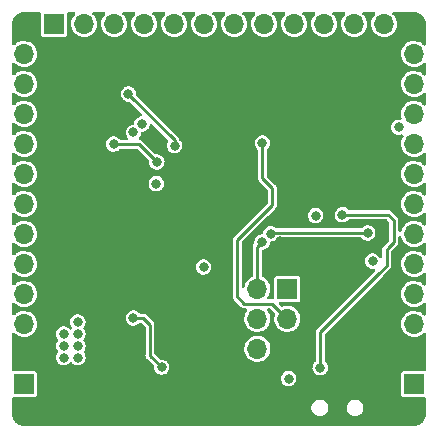
<source format=gbl>
%TF.GenerationSoftware,KiCad,Pcbnew,(6.0.0-0)*%
%TF.CreationDate,2022-04-20T00:31:44+02:00*%
%TF.ProjectId,STM32G4_PCB,53544d33-3247-4345-9f50-43422e6b6963,rev?*%
%TF.SameCoordinates,Original*%
%TF.FileFunction,Copper,L4,Bot*%
%TF.FilePolarity,Positive*%
%FSLAX46Y46*%
G04 Gerber Fmt 4.6, Leading zero omitted, Abs format (unit mm)*
G04 Created by KiCad (PCBNEW (6.0.0-0)) date 2022-04-20 00:31:44*
%MOMM*%
%LPD*%
G01*
G04 APERTURE LIST*
%TA.AperFunction,ComponentPad*%
%ADD10O,1.700000X1.700000*%
%TD*%
%TA.AperFunction,ComponentPad*%
%ADD11R,1.700000X1.700000*%
%TD*%
%TA.AperFunction,ViaPad*%
%ADD12C,0.800000*%
%TD*%
%TA.AperFunction,Conductor*%
%ADD13C,0.254000*%
%TD*%
G04 APERTURE END LIST*
D10*
X99060000Y-114300000D03*
X99060000Y-116840000D03*
X99060000Y-119380000D03*
X99060000Y-121920000D03*
X99060000Y-124460000D03*
X99060000Y-127000000D03*
X99060000Y-129540000D03*
X99060000Y-132080000D03*
X99060000Y-134620000D03*
X99060000Y-137160000D03*
X99060000Y-139700000D03*
D11*
X99060000Y-142240000D03*
D10*
X66040000Y-114300000D03*
X66040000Y-116840000D03*
X66040000Y-119380000D03*
X66040000Y-121920000D03*
X66040000Y-124460000D03*
X66040000Y-127000000D03*
X66040000Y-129540000D03*
X66040000Y-132080000D03*
X66040000Y-134620000D03*
X66040000Y-137160000D03*
X66040000Y-139700000D03*
D11*
X66040000Y-142240000D03*
X68580000Y-111760000D03*
D10*
X71120000Y-111760000D03*
X73660000Y-111760000D03*
X76200000Y-111760000D03*
X78740000Y-111760000D03*
X81280000Y-111760000D03*
X83820000Y-111760000D03*
X86360000Y-111760000D03*
X88900000Y-111760000D03*
X91440000Y-111760000D03*
X93980000Y-111760000D03*
X96520000Y-111760000D03*
X85799000Y-139252000D03*
X88339000Y-139252000D03*
X85799000Y-136712000D03*
X88339000Y-136712000D03*
X85799000Y-134172000D03*
D11*
X88339000Y-134172000D03*
D12*
X93360000Y-125222000D03*
X68246000Y-127979000D03*
X70470000Y-129614000D03*
X76038000Y-129629000D03*
X69000000Y-142000000D03*
X70500000Y-135500000D03*
X93500000Y-137750000D03*
X92500000Y-134750000D03*
X90449000Y-125045000D03*
X81500000Y-127250000D03*
X84250000Y-127250000D03*
X84250000Y-124750000D03*
X81500000Y-124750000D03*
X70600000Y-138000000D03*
X70600000Y-140000000D03*
X69400000Y-140000000D03*
X69400000Y-139000000D03*
X90671000Y-115845000D03*
X74884000Y-117675000D03*
X82953000Y-139126000D03*
X82430000Y-140396000D03*
X82800000Y-123400000D03*
X80100000Y-126100000D03*
X82800000Y-128800000D03*
X85500000Y-126100000D03*
X89700000Y-116300000D03*
X96900000Y-141100000D03*
X91900000Y-142200000D03*
X94400000Y-126600000D03*
X97300000Y-123200000D03*
X97500000Y-117800000D03*
X97500000Y-115600000D03*
X97600000Y-113000000D03*
X90700000Y-113500000D03*
X93000000Y-113700000D03*
X83000000Y-113900000D03*
X80000000Y-114400000D03*
X74900000Y-114400000D03*
X77500000Y-114500000D03*
X79500000Y-116300000D03*
X77600000Y-117000000D03*
X67400000Y-113300000D03*
X69600000Y-115400000D03*
X72036000Y-118707000D03*
X74400000Y-119400000D03*
X95268000Y-136235000D03*
X78000000Y-136300000D03*
X77300000Y-135000000D03*
X78200000Y-133200000D03*
X86950000Y-129518317D03*
X90870000Y-132870000D03*
X97670000Y-133190000D03*
X86229000Y-121838000D03*
X97750000Y-120500000D03*
X71000000Y-123250000D03*
X68250000Y-122750000D03*
X97900000Y-145300000D03*
X86254000Y-143206000D03*
X86246000Y-141749000D03*
X82002000Y-133760000D03*
X88454000Y-141789000D03*
X91123000Y-140851000D03*
X96513000Y-129161000D03*
X95144000Y-129446000D03*
X87749000Y-130104000D03*
X93781000Y-115939000D03*
X92671000Y-122953000D03*
X92993358Y-127906358D03*
X90735000Y-127980000D03*
X91999000Y-125229000D03*
X86202000Y-130207000D03*
X95550000Y-131821000D03*
X87689000Y-122303000D03*
X82800000Y-126100000D03*
X78800000Y-122058000D03*
X67400000Y-135700000D03*
X71600000Y-132800000D03*
X67750000Y-133250000D03*
X69500000Y-131250000D03*
X73750000Y-131250000D03*
X68500000Y-125750000D03*
X72000000Y-126500000D03*
X67250000Y-118250000D03*
X68750000Y-121000000D03*
X74000000Y-126250000D03*
X71750000Y-121500000D03*
X74000000Y-124000000D03*
X69000000Y-118750000D03*
X73626000Y-121931000D03*
X81250000Y-132342000D03*
X77239618Y-125278061D03*
X73549000Y-135312000D03*
X70320000Y-143437000D03*
X73601000Y-143453000D03*
X75811000Y-139185000D03*
X83439000Y-137758000D03*
X70600000Y-139000000D03*
X69400000Y-138000000D03*
X70600000Y-137000000D03*
X75311000Y-136652000D03*
X77698600Y-140817600D03*
X78795000Y-120435000D03*
X78018000Y-119658000D03*
X75485993Y-123812936D03*
X74677770Y-123004713D03*
X75306388Y-120939254D03*
X76024808Y-120220833D03*
X77282044Y-123453725D03*
D13*
X78800000Y-121591000D02*
X74884000Y-117675000D01*
X78800000Y-121595000D02*
X78800000Y-121591000D01*
X84706000Y-135450000D02*
X87077000Y-135450000D01*
X86229000Y-124807000D02*
X87049000Y-125627000D01*
X86229000Y-121838000D02*
X86229000Y-124807000D01*
X87049000Y-127107000D02*
X84083000Y-130073000D01*
X84083000Y-130073000D02*
X84083000Y-134827000D01*
X87077000Y-135450000D02*
X88339000Y-136712000D01*
X84083000Y-134827000D02*
X84706000Y-135450000D01*
X87049000Y-125627000D02*
X87049000Y-127107000D01*
X96124000Y-132849000D02*
X91123000Y-137850000D01*
X91123000Y-137850000D02*
X91123000Y-140851000D01*
X96854000Y-130758000D02*
X96737489Y-130874511D01*
X96737489Y-130874511D02*
X96737489Y-132235511D01*
X96737489Y-132235511D02*
X96124000Y-132849000D01*
X97361000Y-128385000D02*
X97361000Y-130251000D01*
X92993358Y-127906358D02*
X96882358Y-127906358D01*
X97361000Y-130251000D02*
X96854000Y-130758000D01*
X96882358Y-127906358D02*
X97361000Y-128385000D01*
X95125489Y-129427489D02*
X95144000Y-129446000D01*
X87002828Y-129427489D02*
X95125489Y-129427489D01*
X86912000Y-129518317D02*
X87002828Y-129427489D01*
X86202000Y-130207000D02*
X85799000Y-130610000D01*
X85799000Y-130610000D02*
X85799000Y-134172000D01*
X78800000Y-122058000D02*
X78800000Y-121595000D01*
X75759319Y-121931000D02*
X73626000Y-121931000D01*
X77282044Y-123453725D02*
X75759319Y-121931000D01*
X75311000Y-136652000D02*
X76120000Y-136652000D01*
X76707000Y-139826000D02*
X77698600Y-140817600D01*
X76120000Y-136652000D02*
X76707000Y-137239000D01*
X76707000Y-137239000D02*
X76707000Y-139826000D01*
%TA.AperFunction,Conductor*%
G36*
X67423524Y-110760002D02*
G01*
X67470017Y-110813658D01*
X67480797Y-110878347D01*
X67480708Y-110879255D01*
X67479500Y-110885326D01*
X67479500Y-112634674D01*
X67494034Y-112707740D01*
X67549399Y-112790601D01*
X67632260Y-112845966D01*
X67705326Y-112860500D01*
X69454674Y-112860500D01*
X69527740Y-112845966D01*
X69610601Y-112790601D01*
X69665966Y-112707740D01*
X69680500Y-112634674D01*
X69680500Y-110885326D01*
X69679292Y-110879255D01*
X69679203Y-110878347D01*
X69692434Y-110808594D01*
X69741275Y-110757067D01*
X69804597Y-110740000D01*
X70279115Y-110740000D01*
X70347236Y-110760002D01*
X70393729Y-110813658D01*
X70403833Y-110883932D01*
X70374339Y-110948512D01*
X70362198Y-110960727D01*
X70318305Y-110999220D01*
X70193089Y-111158057D01*
X70098914Y-111337053D01*
X70038937Y-111530213D01*
X70015164Y-111731069D01*
X70028392Y-111932894D01*
X70078178Y-112128928D01*
X70162856Y-112312607D01*
X70279588Y-112477780D01*
X70424466Y-112618913D01*
X70592637Y-112731282D01*
X70597940Y-112733560D01*
X70597943Y-112733562D01*
X70773163Y-112808842D01*
X70778470Y-112811122D01*
X70975740Y-112855760D01*
X70981509Y-112855987D01*
X70981512Y-112855987D01*
X71057683Y-112858979D01*
X71177842Y-112863700D01*
X71264132Y-112851189D01*
X71372286Y-112835508D01*
X71372291Y-112835507D01*
X71378007Y-112834678D01*
X71383479Y-112832820D01*
X71383481Y-112832820D01*
X71564067Y-112771519D01*
X71564069Y-112771518D01*
X71569531Y-112769664D01*
X71746001Y-112670837D01*
X71808433Y-112618913D01*
X71897073Y-112545191D01*
X71901505Y-112541505D01*
X72030837Y-112386001D01*
X72129664Y-112209531D01*
X72194678Y-112018007D01*
X72195507Y-112012291D01*
X72195508Y-112012286D01*
X72223167Y-111821516D01*
X72223700Y-111817842D01*
X72225215Y-111760000D01*
X72206708Y-111558591D01*
X72151807Y-111363926D01*
X72062351Y-111182527D01*
X72044079Y-111158057D01*
X71944788Y-111025091D01*
X71944787Y-111025090D01*
X71941335Y-111020467D01*
X71874326Y-110958524D01*
X71837881Y-110897597D01*
X71840161Y-110826637D01*
X71880444Y-110768174D01*
X71945939Y-110740771D01*
X71959855Y-110740000D01*
X72819115Y-110740000D01*
X72887236Y-110760002D01*
X72933729Y-110813658D01*
X72943833Y-110883932D01*
X72914339Y-110948512D01*
X72902198Y-110960727D01*
X72858305Y-110999220D01*
X72733089Y-111158057D01*
X72638914Y-111337053D01*
X72578937Y-111530213D01*
X72555164Y-111731069D01*
X72568392Y-111932894D01*
X72618178Y-112128928D01*
X72702856Y-112312607D01*
X72819588Y-112477780D01*
X72964466Y-112618913D01*
X73132637Y-112731282D01*
X73137940Y-112733560D01*
X73137943Y-112733562D01*
X73313163Y-112808842D01*
X73318470Y-112811122D01*
X73515740Y-112855760D01*
X73521509Y-112855987D01*
X73521512Y-112855987D01*
X73597683Y-112858979D01*
X73717842Y-112863700D01*
X73804132Y-112851189D01*
X73912286Y-112835508D01*
X73912291Y-112835507D01*
X73918007Y-112834678D01*
X73923479Y-112832820D01*
X73923481Y-112832820D01*
X74104067Y-112771519D01*
X74104069Y-112771518D01*
X74109531Y-112769664D01*
X74286001Y-112670837D01*
X74348433Y-112618913D01*
X74437073Y-112545191D01*
X74441505Y-112541505D01*
X74570837Y-112386001D01*
X74669664Y-112209531D01*
X74734678Y-112018007D01*
X74735507Y-112012291D01*
X74735508Y-112012286D01*
X74763167Y-111821516D01*
X74763700Y-111817842D01*
X74765215Y-111760000D01*
X74746708Y-111558591D01*
X74691807Y-111363926D01*
X74602351Y-111182527D01*
X74584079Y-111158057D01*
X74484788Y-111025091D01*
X74484787Y-111025090D01*
X74481335Y-111020467D01*
X74414326Y-110958524D01*
X74377881Y-110897597D01*
X74380161Y-110826637D01*
X74420444Y-110768174D01*
X74485939Y-110740771D01*
X74499855Y-110740000D01*
X75359115Y-110740000D01*
X75427236Y-110760002D01*
X75473729Y-110813658D01*
X75483833Y-110883932D01*
X75454339Y-110948512D01*
X75442198Y-110960727D01*
X75398305Y-110999220D01*
X75273089Y-111158057D01*
X75178914Y-111337053D01*
X75118937Y-111530213D01*
X75095164Y-111731069D01*
X75108392Y-111932894D01*
X75158178Y-112128928D01*
X75242856Y-112312607D01*
X75359588Y-112477780D01*
X75504466Y-112618913D01*
X75672637Y-112731282D01*
X75677940Y-112733560D01*
X75677943Y-112733562D01*
X75853163Y-112808842D01*
X75858470Y-112811122D01*
X76055740Y-112855760D01*
X76061509Y-112855987D01*
X76061512Y-112855987D01*
X76137683Y-112858979D01*
X76257842Y-112863700D01*
X76344132Y-112851189D01*
X76452286Y-112835508D01*
X76452291Y-112835507D01*
X76458007Y-112834678D01*
X76463479Y-112832820D01*
X76463481Y-112832820D01*
X76644067Y-112771519D01*
X76644069Y-112771518D01*
X76649531Y-112769664D01*
X76826001Y-112670837D01*
X76888433Y-112618913D01*
X76977073Y-112545191D01*
X76981505Y-112541505D01*
X77110837Y-112386001D01*
X77209664Y-112209531D01*
X77274678Y-112018007D01*
X77275507Y-112012291D01*
X77275508Y-112012286D01*
X77303167Y-111821516D01*
X77303700Y-111817842D01*
X77305215Y-111760000D01*
X77286708Y-111558591D01*
X77231807Y-111363926D01*
X77142351Y-111182527D01*
X77124079Y-111158057D01*
X77024788Y-111025091D01*
X77024787Y-111025090D01*
X77021335Y-111020467D01*
X76954326Y-110958524D01*
X76917881Y-110897597D01*
X76920161Y-110826637D01*
X76960444Y-110768174D01*
X77025939Y-110740771D01*
X77039855Y-110740000D01*
X77899115Y-110740000D01*
X77967236Y-110760002D01*
X78013729Y-110813658D01*
X78023833Y-110883932D01*
X77994339Y-110948512D01*
X77982198Y-110960727D01*
X77938305Y-110999220D01*
X77813089Y-111158057D01*
X77718914Y-111337053D01*
X77658937Y-111530213D01*
X77635164Y-111731069D01*
X77648392Y-111932894D01*
X77698178Y-112128928D01*
X77782856Y-112312607D01*
X77899588Y-112477780D01*
X78044466Y-112618913D01*
X78212637Y-112731282D01*
X78217940Y-112733560D01*
X78217943Y-112733562D01*
X78393163Y-112808842D01*
X78398470Y-112811122D01*
X78595740Y-112855760D01*
X78601509Y-112855987D01*
X78601512Y-112855987D01*
X78677683Y-112858979D01*
X78797842Y-112863700D01*
X78884132Y-112851189D01*
X78992286Y-112835508D01*
X78992291Y-112835507D01*
X78998007Y-112834678D01*
X79003479Y-112832820D01*
X79003481Y-112832820D01*
X79184067Y-112771519D01*
X79184069Y-112771518D01*
X79189531Y-112769664D01*
X79366001Y-112670837D01*
X79428433Y-112618913D01*
X79517073Y-112545191D01*
X79521505Y-112541505D01*
X79650837Y-112386001D01*
X79749664Y-112209531D01*
X79814678Y-112018007D01*
X79815507Y-112012291D01*
X79815508Y-112012286D01*
X79843167Y-111821516D01*
X79843700Y-111817842D01*
X79845215Y-111760000D01*
X79826708Y-111558591D01*
X79771807Y-111363926D01*
X79682351Y-111182527D01*
X79664079Y-111158057D01*
X79564788Y-111025091D01*
X79564787Y-111025090D01*
X79561335Y-111020467D01*
X79494326Y-110958524D01*
X79457881Y-110897597D01*
X79460161Y-110826637D01*
X79500444Y-110768174D01*
X79565939Y-110740771D01*
X79579855Y-110740000D01*
X80439115Y-110740000D01*
X80507236Y-110760002D01*
X80553729Y-110813658D01*
X80563833Y-110883932D01*
X80534339Y-110948512D01*
X80522198Y-110960727D01*
X80478305Y-110999220D01*
X80353089Y-111158057D01*
X80258914Y-111337053D01*
X80198937Y-111530213D01*
X80175164Y-111731069D01*
X80188392Y-111932894D01*
X80238178Y-112128928D01*
X80322856Y-112312607D01*
X80439588Y-112477780D01*
X80584466Y-112618913D01*
X80752637Y-112731282D01*
X80757940Y-112733560D01*
X80757943Y-112733562D01*
X80933163Y-112808842D01*
X80938470Y-112811122D01*
X81135740Y-112855760D01*
X81141509Y-112855987D01*
X81141512Y-112855987D01*
X81217683Y-112858979D01*
X81337842Y-112863700D01*
X81424132Y-112851189D01*
X81532286Y-112835508D01*
X81532291Y-112835507D01*
X81538007Y-112834678D01*
X81543479Y-112832820D01*
X81543481Y-112832820D01*
X81724067Y-112771519D01*
X81724069Y-112771518D01*
X81729531Y-112769664D01*
X81906001Y-112670837D01*
X81968433Y-112618913D01*
X82057073Y-112545191D01*
X82061505Y-112541505D01*
X82190837Y-112386001D01*
X82289664Y-112209531D01*
X82354678Y-112018007D01*
X82355507Y-112012291D01*
X82355508Y-112012286D01*
X82383167Y-111821516D01*
X82383700Y-111817842D01*
X82385215Y-111760000D01*
X82366708Y-111558591D01*
X82311807Y-111363926D01*
X82222351Y-111182527D01*
X82204079Y-111158057D01*
X82104788Y-111025091D01*
X82104787Y-111025090D01*
X82101335Y-111020467D01*
X82034326Y-110958524D01*
X81997881Y-110897597D01*
X82000161Y-110826637D01*
X82040444Y-110768174D01*
X82105939Y-110740771D01*
X82119855Y-110740000D01*
X82979115Y-110740000D01*
X83047236Y-110760002D01*
X83093729Y-110813658D01*
X83103833Y-110883932D01*
X83074339Y-110948512D01*
X83062198Y-110960727D01*
X83018305Y-110999220D01*
X82893089Y-111158057D01*
X82798914Y-111337053D01*
X82738937Y-111530213D01*
X82715164Y-111731069D01*
X82728392Y-111932894D01*
X82778178Y-112128928D01*
X82862856Y-112312607D01*
X82979588Y-112477780D01*
X83124466Y-112618913D01*
X83292637Y-112731282D01*
X83297940Y-112733560D01*
X83297943Y-112733562D01*
X83473163Y-112808842D01*
X83478470Y-112811122D01*
X83675740Y-112855760D01*
X83681509Y-112855987D01*
X83681512Y-112855987D01*
X83757683Y-112858979D01*
X83877842Y-112863700D01*
X83964132Y-112851189D01*
X84072286Y-112835508D01*
X84072291Y-112835507D01*
X84078007Y-112834678D01*
X84083479Y-112832820D01*
X84083481Y-112832820D01*
X84264067Y-112771519D01*
X84264069Y-112771518D01*
X84269531Y-112769664D01*
X84446001Y-112670837D01*
X84508433Y-112618913D01*
X84597073Y-112545191D01*
X84601505Y-112541505D01*
X84730837Y-112386001D01*
X84829664Y-112209531D01*
X84894678Y-112018007D01*
X84895507Y-112012291D01*
X84895508Y-112012286D01*
X84923167Y-111821516D01*
X84923700Y-111817842D01*
X84925215Y-111760000D01*
X84906708Y-111558591D01*
X84851807Y-111363926D01*
X84762351Y-111182527D01*
X84744079Y-111158057D01*
X84644788Y-111025091D01*
X84644787Y-111025090D01*
X84641335Y-111020467D01*
X84574326Y-110958524D01*
X84537881Y-110897597D01*
X84540161Y-110826637D01*
X84580444Y-110768174D01*
X84645939Y-110740771D01*
X84659855Y-110740000D01*
X85519115Y-110740000D01*
X85587236Y-110760002D01*
X85633729Y-110813658D01*
X85643833Y-110883932D01*
X85614339Y-110948512D01*
X85602198Y-110960727D01*
X85558305Y-110999220D01*
X85433089Y-111158057D01*
X85338914Y-111337053D01*
X85278937Y-111530213D01*
X85255164Y-111731069D01*
X85268392Y-111932894D01*
X85318178Y-112128928D01*
X85402856Y-112312607D01*
X85519588Y-112477780D01*
X85664466Y-112618913D01*
X85832637Y-112731282D01*
X85837940Y-112733560D01*
X85837943Y-112733562D01*
X86013163Y-112808842D01*
X86018470Y-112811122D01*
X86215740Y-112855760D01*
X86221509Y-112855987D01*
X86221512Y-112855987D01*
X86297683Y-112858979D01*
X86417842Y-112863700D01*
X86504132Y-112851189D01*
X86612286Y-112835508D01*
X86612291Y-112835507D01*
X86618007Y-112834678D01*
X86623479Y-112832820D01*
X86623481Y-112832820D01*
X86804067Y-112771519D01*
X86804069Y-112771518D01*
X86809531Y-112769664D01*
X86986001Y-112670837D01*
X87048433Y-112618913D01*
X87137073Y-112545191D01*
X87141505Y-112541505D01*
X87270837Y-112386001D01*
X87369664Y-112209531D01*
X87434678Y-112018007D01*
X87435507Y-112012291D01*
X87435508Y-112012286D01*
X87463167Y-111821516D01*
X87463700Y-111817842D01*
X87465215Y-111760000D01*
X87446708Y-111558591D01*
X87391807Y-111363926D01*
X87302351Y-111182527D01*
X87284079Y-111158057D01*
X87184788Y-111025091D01*
X87184787Y-111025090D01*
X87181335Y-111020467D01*
X87114326Y-110958524D01*
X87077881Y-110897597D01*
X87080161Y-110826637D01*
X87120444Y-110768174D01*
X87185939Y-110740771D01*
X87199855Y-110740000D01*
X88059115Y-110740000D01*
X88127236Y-110760002D01*
X88173729Y-110813658D01*
X88183833Y-110883932D01*
X88154339Y-110948512D01*
X88142198Y-110960727D01*
X88098305Y-110999220D01*
X87973089Y-111158057D01*
X87878914Y-111337053D01*
X87818937Y-111530213D01*
X87795164Y-111731069D01*
X87808392Y-111932894D01*
X87858178Y-112128928D01*
X87942856Y-112312607D01*
X88059588Y-112477780D01*
X88204466Y-112618913D01*
X88372637Y-112731282D01*
X88377940Y-112733560D01*
X88377943Y-112733562D01*
X88553163Y-112808842D01*
X88558470Y-112811122D01*
X88755740Y-112855760D01*
X88761509Y-112855987D01*
X88761512Y-112855987D01*
X88837683Y-112858979D01*
X88957842Y-112863700D01*
X89044132Y-112851189D01*
X89152286Y-112835508D01*
X89152291Y-112835507D01*
X89158007Y-112834678D01*
X89163479Y-112832820D01*
X89163481Y-112832820D01*
X89344067Y-112771519D01*
X89344069Y-112771518D01*
X89349531Y-112769664D01*
X89526001Y-112670837D01*
X89588433Y-112618913D01*
X89677073Y-112545191D01*
X89681505Y-112541505D01*
X89810837Y-112386001D01*
X89909664Y-112209531D01*
X89974678Y-112018007D01*
X89975507Y-112012291D01*
X89975508Y-112012286D01*
X90003167Y-111821516D01*
X90003700Y-111817842D01*
X90005215Y-111760000D01*
X89986708Y-111558591D01*
X89931807Y-111363926D01*
X89842351Y-111182527D01*
X89824079Y-111158057D01*
X89724788Y-111025091D01*
X89724787Y-111025090D01*
X89721335Y-111020467D01*
X89654326Y-110958524D01*
X89617881Y-110897597D01*
X89620161Y-110826637D01*
X89660444Y-110768174D01*
X89725939Y-110740771D01*
X89739855Y-110740000D01*
X90599115Y-110740000D01*
X90667236Y-110760002D01*
X90713729Y-110813658D01*
X90723833Y-110883932D01*
X90694339Y-110948512D01*
X90682198Y-110960727D01*
X90638305Y-110999220D01*
X90513089Y-111158057D01*
X90418914Y-111337053D01*
X90358937Y-111530213D01*
X90335164Y-111731069D01*
X90348392Y-111932894D01*
X90398178Y-112128928D01*
X90482856Y-112312607D01*
X90599588Y-112477780D01*
X90744466Y-112618913D01*
X90912637Y-112731282D01*
X90917940Y-112733560D01*
X90917943Y-112733562D01*
X91093163Y-112808842D01*
X91098470Y-112811122D01*
X91295740Y-112855760D01*
X91301509Y-112855987D01*
X91301512Y-112855987D01*
X91377683Y-112858979D01*
X91497842Y-112863700D01*
X91584132Y-112851189D01*
X91692286Y-112835508D01*
X91692291Y-112835507D01*
X91698007Y-112834678D01*
X91703479Y-112832820D01*
X91703481Y-112832820D01*
X91884067Y-112771519D01*
X91884069Y-112771518D01*
X91889531Y-112769664D01*
X92066001Y-112670837D01*
X92128433Y-112618913D01*
X92217073Y-112545191D01*
X92221505Y-112541505D01*
X92350837Y-112386001D01*
X92449664Y-112209531D01*
X92514678Y-112018007D01*
X92515507Y-112012291D01*
X92515508Y-112012286D01*
X92543167Y-111821516D01*
X92543700Y-111817842D01*
X92545215Y-111760000D01*
X92526708Y-111558591D01*
X92471807Y-111363926D01*
X92382351Y-111182527D01*
X92364079Y-111158057D01*
X92264788Y-111025091D01*
X92264787Y-111025090D01*
X92261335Y-111020467D01*
X92194326Y-110958524D01*
X92157881Y-110897597D01*
X92160161Y-110826637D01*
X92200444Y-110768174D01*
X92265939Y-110740771D01*
X92279855Y-110740000D01*
X93139115Y-110740000D01*
X93207236Y-110760002D01*
X93253729Y-110813658D01*
X93263833Y-110883932D01*
X93234339Y-110948512D01*
X93222198Y-110960727D01*
X93178305Y-110999220D01*
X93053089Y-111158057D01*
X92958914Y-111337053D01*
X92898937Y-111530213D01*
X92875164Y-111731069D01*
X92888392Y-111932894D01*
X92938178Y-112128928D01*
X93022856Y-112312607D01*
X93139588Y-112477780D01*
X93284466Y-112618913D01*
X93452637Y-112731282D01*
X93457940Y-112733560D01*
X93457943Y-112733562D01*
X93633163Y-112808842D01*
X93638470Y-112811122D01*
X93835740Y-112855760D01*
X93841509Y-112855987D01*
X93841512Y-112855987D01*
X93917683Y-112858979D01*
X94037842Y-112863700D01*
X94124132Y-112851189D01*
X94232286Y-112835508D01*
X94232291Y-112835507D01*
X94238007Y-112834678D01*
X94243479Y-112832820D01*
X94243481Y-112832820D01*
X94424067Y-112771519D01*
X94424069Y-112771518D01*
X94429531Y-112769664D01*
X94606001Y-112670837D01*
X94668433Y-112618913D01*
X94757073Y-112545191D01*
X94761505Y-112541505D01*
X94890837Y-112386001D01*
X94989664Y-112209531D01*
X95054678Y-112018007D01*
X95055507Y-112012291D01*
X95055508Y-112012286D01*
X95083167Y-111821516D01*
X95083700Y-111817842D01*
X95085215Y-111760000D01*
X95066708Y-111558591D01*
X95011807Y-111363926D01*
X94922351Y-111182527D01*
X94904079Y-111158057D01*
X94804788Y-111025091D01*
X94804787Y-111025090D01*
X94801335Y-111020467D01*
X94734326Y-110958524D01*
X94697881Y-110897597D01*
X94700161Y-110826637D01*
X94740444Y-110768174D01*
X94805939Y-110740771D01*
X94819855Y-110740000D01*
X95679115Y-110740000D01*
X95747236Y-110760002D01*
X95793729Y-110813658D01*
X95803833Y-110883932D01*
X95774339Y-110948512D01*
X95762198Y-110960727D01*
X95718305Y-110999220D01*
X95593089Y-111158057D01*
X95498914Y-111337053D01*
X95438937Y-111530213D01*
X95415164Y-111731069D01*
X95428392Y-111932894D01*
X95478178Y-112128928D01*
X95562856Y-112312607D01*
X95679588Y-112477780D01*
X95824466Y-112618913D01*
X95992637Y-112731282D01*
X95997940Y-112733560D01*
X95997943Y-112733562D01*
X96173163Y-112808842D01*
X96178470Y-112811122D01*
X96375740Y-112855760D01*
X96381509Y-112855987D01*
X96381512Y-112855987D01*
X96457683Y-112858979D01*
X96577842Y-112863700D01*
X96664132Y-112851189D01*
X96772286Y-112835508D01*
X96772291Y-112835507D01*
X96778007Y-112834678D01*
X96783479Y-112832820D01*
X96783481Y-112832820D01*
X96964067Y-112771519D01*
X96964069Y-112771518D01*
X96969531Y-112769664D01*
X97146001Y-112670837D01*
X97208433Y-112618913D01*
X97297073Y-112545191D01*
X97301505Y-112541505D01*
X97430837Y-112386001D01*
X97529664Y-112209531D01*
X97594678Y-112018007D01*
X97595507Y-112012291D01*
X97595508Y-112012286D01*
X97623167Y-111821516D01*
X97623700Y-111817842D01*
X97625215Y-111760000D01*
X97606708Y-111558591D01*
X97551807Y-111363926D01*
X97462351Y-111182527D01*
X97444079Y-111158057D01*
X97344788Y-111025091D01*
X97344787Y-111025090D01*
X97341335Y-111020467D01*
X97274326Y-110958524D01*
X97237881Y-110897597D01*
X97240161Y-110826637D01*
X97280444Y-110768174D01*
X97345939Y-110740771D01*
X97359855Y-110740000D01*
X99022966Y-110740000D01*
X99047547Y-110742421D01*
X99060000Y-110744898D01*
X99072170Y-110742477D01*
X99082808Y-110742477D01*
X99093789Y-110742956D01*
X99115987Y-110744898D01*
X99226143Y-110754536D01*
X99247766Y-110758348D01*
X99368773Y-110790772D01*
X99398213Y-110798660D01*
X99418852Y-110806172D01*
X99560013Y-110871997D01*
X99579033Y-110882979D01*
X99706615Y-110972312D01*
X99723440Y-110986430D01*
X99833570Y-111096560D01*
X99847688Y-111113385D01*
X99937021Y-111240967D01*
X99948003Y-111259987D01*
X100013828Y-111401148D01*
X100021340Y-111421787D01*
X100056506Y-111553027D01*
X100061651Y-111572230D01*
X100065465Y-111593860D01*
X100077044Y-111726211D01*
X100077523Y-111737192D01*
X100077523Y-111747830D01*
X100075102Y-111760000D01*
X100077523Y-111772171D01*
X100077579Y-111772453D01*
X100080000Y-111797034D01*
X100080000Y-113456051D01*
X100059998Y-113524172D01*
X100006342Y-113570665D01*
X99936068Y-113580769D01*
X99868471Y-113548576D01*
X99863264Y-113543762D01*
X99732812Y-113423174D01*
X99705374Y-113405862D01*
X99566637Y-113318325D01*
X99561757Y-113315246D01*
X99373898Y-113240298D01*
X99175526Y-113200839D01*
X99169752Y-113200763D01*
X99169748Y-113200763D01*
X99067257Y-113199422D01*
X98973286Y-113198192D01*
X98967589Y-113199171D01*
X98967588Y-113199171D01*
X98779646Y-113231465D01*
X98779645Y-113231465D01*
X98773949Y-113232444D01*
X98584193Y-113302449D01*
X98410371Y-113405862D01*
X98258305Y-113539220D01*
X98133089Y-113698057D01*
X98038914Y-113877053D01*
X97978937Y-114070213D01*
X97955164Y-114271069D01*
X97968392Y-114472894D01*
X98018178Y-114668928D01*
X98102856Y-114852607D01*
X98219588Y-115017780D01*
X98364466Y-115158913D01*
X98532637Y-115271282D01*
X98537940Y-115273560D01*
X98537943Y-115273562D01*
X98626291Y-115311519D01*
X98718470Y-115351122D01*
X98915740Y-115395760D01*
X98921509Y-115395987D01*
X98921512Y-115395987D01*
X98997683Y-115398979D01*
X99117842Y-115403700D01*
X99204132Y-115391189D01*
X99312286Y-115375508D01*
X99312291Y-115375507D01*
X99318007Y-115374678D01*
X99323479Y-115372820D01*
X99323481Y-115372820D01*
X99504067Y-115311519D01*
X99504069Y-115311518D01*
X99509531Y-115309664D01*
X99686001Y-115210837D01*
X99748433Y-115158913D01*
X99837073Y-115085191D01*
X99841505Y-115081505D01*
X99857126Y-115062723D01*
X99916064Y-115023139D01*
X99987046Y-115021704D01*
X100047536Y-115058872D01*
X100078329Y-115122843D01*
X100080000Y-115143293D01*
X100080000Y-115996051D01*
X100059998Y-116064172D01*
X100006342Y-116110665D01*
X99936068Y-116120769D01*
X99868471Y-116088576D01*
X99863264Y-116083762D01*
X99732812Y-115963174D01*
X99705374Y-115945862D01*
X99566637Y-115858325D01*
X99561757Y-115855246D01*
X99373898Y-115780298D01*
X99175526Y-115740839D01*
X99169752Y-115740763D01*
X99169748Y-115740763D01*
X99067257Y-115739422D01*
X98973286Y-115738192D01*
X98967589Y-115739171D01*
X98967588Y-115739171D01*
X98779646Y-115771465D01*
X98779645Y-115771465D01*
X98773949Y-115772444D01*
X98584193Y-115842449D01*
X98410371Y-115945862D01*
X98258305Y-116079220D01*
X98133089Y-116238057D01*
X98038914Y-116417053D01*
X97978937Y-116610213D01*
X97955164Y-116811069D01*
X97968392Y-117012894D01*
X98018178Y-117208928D01*
X98102856Y-117392607D01*
X98106189Y-117397323D01*
X98197294Y-117526234D01*
X98219588Y-117557780D01*
X98364466Y-117698913D01*
X98532637Y-117811282D01*
X98537940Y-117813560D01*
X98537943Y-117813562D01*
X98626291Y-117851519D01*
X98718470Y-117891122D01*
X98915740Y-117935760D01*
X98921509Y-117935987D01*
X98921512Y-117935987D01*
X98997683Y-117938979D01*
X99117842Y-117943700D01*
X99204132Y-117931189D01*
X99312286Y-117915508D01*
X99312291Y-117915507D01*
X99318007Y-117914678D01*
X99323479Y-117912820D01*
X99323481Y-117912820D01*
X99504067Y-117851519D01*
X99504069Y-117851518D01*
X99509531Y-117849664D01*
X99686001Y-117750837D01*
X99748433Y-117698913D01*
X99837073Y-117625191D01*
X99841505Y-117621505D01*
X99857126Y-117602723D01*
X99916064Y-117563139D01*
X99987046Y-117561704D01*
X100047536Y-117598872D01*
X100078329Y-117662843D01*
X100080000Y-117683293D01*
X100080000Y-118536051D01*
X100059998Y-118604172D01*
X100006342Y-118650665D01*
X99936068Y-118660769D01*
X99868471Y-118628576D01*
X99863264Y-118623762D01*
X99732812Y-118503174D01*
X99705374Y-118485862D01*
X99566637Y-118398325D01*
X99561757Y-118395246D01*
X99373898Y-118320298D01*
X99199261Y-118285560D01*
X99181192Y-118281966D01*
X99181191Y-118281966D01*
X99175526Y-118280839D01*
X99169752Y-118280763D01*
X99169748Y-118280763D01*
X99067257Y-118279422D01*
X98973286Y-118278192D01*
X98967589Y-118279171D01*
X98967588Y-118279171D01*
X98779646Y-118311465D01*
X98779645Y-118311465D01*
X98773949Y-118312444D01*
X98584193Y-118382449D01*
X98410371Y-118485862D01*
X98258305Y-118619220D01*
X98133089Y-118778057D01*
X98038914Y-118957053D01*
X97978937Y-119150213D01*
X97955164Y-119351069D01*
X97968392Y-119552894D01*
X97981595Y-119604881D01*
X98006266Y-119702025D01*
X98003648Y-119772973D01*
X97963087Y-119831243D01*
X97897462Y-119858334D01*
X97853449Y-119855244D01*
X97839501Y-119851741D01*
X97832128Y-119849889D01*
X97824530Y-119849849D01*
X97824528Y-119849849D01*
X97757319Y-119849497D01*
X97674684Y-119849065D01*
X97667305Y-119850837D01*
X97667301Y-119850837D01*
X97528967Y-119884048D01*
X97528963Y-119884049D01*
X97521588Y-119885820D01*
X97381679Y-119958032D01*
X97375957Y-119963024D01*
X97375955Y-119963025D01*
X97268759Y-120056538D01*
X97268756Y-120056541D01*
X97263034Y-120061533D01*
X97258667Y-120067747D01*
X97180576Y-120178859D01*
X97172501Y-120190348D01*
X97115309Y-120337039D01*
X97113434Y-120351282D01*
X97096001Y-120483700D01*
X97094758Y-120493138D01*
X97112035Y-120649633D01*
X97166143Y-120797490D01*
X97170380Y-120803796D01*
X97170382Y-120803799D01*
X97194081Y-120839066D01*
X97253958Y-120928172D01*
X97370410Y-121034135D01*
X97430369Y-121066690D01*
X97502099Y-121105637D01*
X97502101Y-121105638D01*
X97508776Y-121109262D01*
X97516125Y-121111190D01*
X97653719Y-121147287D01*
X97653721Y-121147287D01*
X97661069Y-121149215D01*
X97744380Y-121150524D01*
X97810898Y-121151569D01*
X97810901Y-121151569D01*
X97818495Y-121151688D01*
X97971968Y-121116538D01*
X97978753Y-121113125D01*
X97978757Y-121113124D01*
X97995479Y-121104714D01*
X98065324Y-121091976D01*
X98130967Y-121119021D01*
X98171568Y-121177262D01*
X98174237Y-121248208D01*
X98151041Y-121295285D01*
X98136665Y-121313520D01*
X98136662Y-121313525D01*
X98133089Y-121318057D01*
X98038914Y-121497053D01*
X97978937Y-121690213D01*
X97955164Y-121891069D01*
X97968392Y-122092894D01*
X98018178Y-122288928D01*
X98102856Y-122472607D01*
X98106189Y-122477323D01*
X98187330Y-122592135D01*
X98219588Y-122637780D01*
X98364466Y-122778913D01*
X98532637Y-122891282D01*
X98537940Y-122893560D01*
X98537943Y-122893562D01*
X98626291Y-122931519D01*
X98718470Y-122971122D01*
X98915740Y-123015760D01*
X98921509Y-123015987D01*
X98921512Y-123015987D01*
X98997683Y-123018979D01*
X99117842Y-123023700D01*
X99204132Y-123011189D01*
X99312286Y-122995508D01*
X99312291Y-122995507D01*
X99318007Y-122994678D01*
X99323479Y-122992820D01*
X99323481Y-122992820D01*
X99504067Y-122931519D01*
X99504069Y-122931518D01*
X99509531Y-122929664D01*
X99659775Y-122845524D01*
X99680964Y-122833658D01*
X99680965Y-122833657D01*
X99686001Y-122830837D01*
X99748433Y-122778913D01*
X99834496Y-122707334D01*
X99841505Y-122701505D01*
X99857126Y-122682723D01*
X99916064Y-122643139D01*
X99987046Y-122641704D01*
X100047536Y-122678872D01*
X100078329Y-122742843D01*
X100080000Y-122763293D01*
X100080000Y-123616051D01*
X100059998Y-123684172D01*
X100006342Y-123730665D01*
X99936068Y-123740769D01*
X99868471Y-123708576D01*
X99863264Y-123703762D01*
X99768378Y-123616051D01*
X99737053Y-123587094D01*
X99737051Y-123587092D01*
X99732812Y-123583174D01*
X99705374Y-123565862D01*
X99566637Y-123478325D01*
X99561757Y-123475246D01*
X99373898Y-123400298D01*
X99175526Y-123360839D01*
X99169752Y-123360763D01*
X99169748Y-123360763D01*
X99067257Y-123359422D01*
X98973286Y-123358192D01*
X98967589Y-123359171D01*
X98967588Y-123359171D01*
X98779646Y-123391465D01*
X98779645Y-123391465D01*
X98773949Y-123392444D01*
X98584193Y-123462449D01*
X98410371Y-123565862D01*
X98258305Y-123699220D01*
X98133089Y-123858057D01*
X98038914Y-124037053D01*
X97978937Y-124230213D01*
X97955164Y-124431069D01*
X97968392Y-124632894D01*
X97975812Y-124662109D01*
X97996872Y-124745033D01*
X98018178Y-124828928D01*
X98102856Y-125012607D01*
X98219588Y-125177780D01*
X98364466Y-125318913D01*
X98532637Y-125431282D01*
X98537940Y-125433560D01*
X98537943Y-125433562D01*
X98713163Y-125508842D01*
X98718470Y-125511122D01*
X98915740Y-125555760D01*
X98921509Y-125555987D01*
X98921512Y-125555987D01*
X98997683Y-125558979D01*
X99117842Y-125563700D01*
X99204132Y-125551189D01*
X99312286Y-125535508D01*
X99312291Y-125535507D01*
X99318007Y-125534678D01*
X99323479Y-125532820D01*
X99323481Y-125532820D01*
X99504067Y-125471519D01*
X99504069Y-125471518D01*
X99509531Y-125469664D01*
X99686001Y-125370837D01*
X99748433Y-125318913D01*
X99837073Y-125245191D01*
X99841505Y-125241505D01*
X99857126Y-125222723D01*
X99916064Y-125183139D01*
X99987046Y-125181704D01*
X100047536Y-125218872D01*
X100078329Y-125282843D01*
X100080000Y-125303293D01*
X100080000Y-126156051D01*
X100059998Y-126224172D01*
X100006342Y-126270665D01*
X99936068Y-126280769D01*
X99868471Y-126248576D01*
X99863264Y-126243762D01*
X99732812Y-126123174D01*
X99705374Y-126105862D01*
X99566637Y-126018325D01*
X99561757Y-126015246D01*
X99373898Y-125940298D01*
X99175526Y-125900839D01*
X99169752Y-125900763D01*
X99169748Y-125900763D01*
X99067257Y-125899422D01*
X98973286Y-125898192D01*
X98967589Y-125899171D01*
X98967588Y-125899171D01*
X98779646Y-125931465D01*
X98779645Y-125931465D01*
X98773949Y-125932444D01*
X98584193Y-126002449D01*
X98410371Y-126105862D01*
X98258305Y-126239220D01*
X98133089Y-126398057D01*
X98038914Y-126577053D01*
X97978937Y-126770213D01*
X97955164Y-126971069D01*
X97968392Y-127172894D01*
X97981294Y-127223695D01*
X98015412Y-127358035D01*
X98018178Y-127368928D01*
X98102856Y-127552607D01*
X98106189Y-127557323D01*
X98191072Y-127677430D01*
X98219588Y-127717780D01*
X98223730Y-127721815D01*
X98253920Y-127751225D01*
X98364466Y-127858913D01*
X98532637Y-127971282D01*
X98537940Y-127973560D01*
X98537943Y-127973562D01*
X98626291Y-128011519D01*
X98718470Y-128051122D01*
X98915740Y-128095760D01*
X98921509Y-128095987D01*
X98921512Y-128095987D01*
X98997683Y-128098979D01*
X99117842Y-128103700D01*
X99204132Y-128091189D01*
X99312286Y-128075508D01*
X99312291Y-128075507D01*
X99318007Y-128074678D01*
X99323479Y-128072820D01*
X99323481Y-128072820D01*
X99504067Y-128011519D01*
X99504069Y-128011518D01*
X99509531Y-128009664D01*
X99686001Y-127910837D01*
X99748433Y-127858913D01*
X99789728Y-127824568D01*
X99841505Y-127781505D01*
X99857126Y-127762723D01*
X99916064Y-127723139D01*
X99987046Y-127721704D01*
X100047536Y-127758872D01*
X100078329Y-127822843D01*
X100080000Y-127843293D01*
X100080000Y-128696051D01*
X100059998Y-128764172D01*
X100006342Y-128810665D01*
X99936068Y-128820769D01*
X99868471Y-128788576D01*
X99863264Y-128783762D01*
X99732812Y-128663174D01*
X99705374Y-128645862D01*
X99566637Y-128558325D01*
X99561757Y-128555246D01*
X99373898Y-128480298D01*
X99199261Y-128445560D01*
X99181192Y-128441966D01*
X99181191Y-128441966D01*
X99175526Y-128440839D01*
X99169752Y-128440763D01*
X99169748Y-128440763D01*
X99067257Y-128439422D01*
X98973286Y-128438192D01*
X98967589Y-128439171D01*
X98967588Y-128439171D01*
X98779646Y-128471465D01*
X98779645Y-128471465D01*
X98773949Y-128472444D01*
X98584193Y-128542449D01*
X98579232Y-128545401D01*
X98579231Y-128545401D01*
X98502267Y-128591190D01*
X98410371Y-128645862D01*
X98258305Y-128779220D01*
X98133089Y-128938057D01*
X98038914Y-129117053D01*
X98010468Y-129208665D01*
X97984833Y-129291225D01*
X97945530Y-129350350D01*
X97880501Y-129378841D01*
X97810391Y-129367651D01*
X97757461Y-129320334D01*
X97738500Y-129253861D01*
X97738500Y-128438712D01*
X97741015Y-128415083D01*
X97741103Y-128413209D01*
X97743295Y-128403029D01*
X97739373Y-128369891D01*
X97739026Y-128364010D01*
X97738928Y-128364018D01*
X97738500Y-128358842D01*
X97738500Y-128353638D01*
X97736170Y-128339640D01*
X97735354Y-128334734D01*
X97734517Y-128328859D01*
X97729748Y-128288568D01*
X97728524Y-128278225D01*
X97724581Y-128270015D01*
X97723086Y-128261030D01*
X97718139Y-128251861D01*
X97698871Y-128216151D01*
X97696176Y-128210861D01*
X97677555Y-128172084D01*
X97674122Y-128164934D01*
X97670550Y-128160685D01*
X97668621Y-128158756D01*
X97666873Y-128156851D01*
X97666814Y-128156742D01*
X97666931Y-128156635D01*
X97666482Y-128156126D01*
X97663408Y-128150428D01*
X97654369Y-128142072D01*
X97624024Y-128114022D01*
X97620457Y-128110592D01*
X97187271Y-127677405D01*
X97172337Y-127658913D01*
X97171077Y-127657528D01*
X97165430Y-127648783D01*
X97139223Y-127628123D01*
X97134816Y-127624206D01*
X97134752Y-127624282D01*
X97130794Y-127620928D01*
X97127115Y-127617249D01*
X97122887Y-127614228D01*
X97122878Y-127614220D01*
X97111506Y-127606093D01*
X97106763Y-127602532D01*
X97074917Y-127577427D01*
X97074912Y-127577424D01*
X97066735Y-127570978D01*
X97058140Y-127567960D01*
X97050731Y-127562665D01*
X97040751Y-127559680D01*
X97040748Y-127559679D01*
X97001894Y-127548059D01*
X96996246Y-127546224D01*
X96955645Y-127531965D01*
X96955638Y-127531963D01*
X96948159Y-127529337D01*
X96942628Y-127528858D01*
X96939916Y-127528858D01*
X96937312Y-127528745D01*
X96937187Y-127528708D01*
X96937194Y-127528553D01*
X96936528Y-127528511D01*
X96930325Y-127526656D01*
X96876750Y-127528761D01*
X96871803Y-127528858D01*
X93589561Y-127528858D01*
X93521440Y-127508856D01*
X93495570Y-127483780D01*
X93494216Y-127484974D01*
X93489190Y-127479274D01*
X93484889Y-127473015D01*
X93473532Y-127462896D01*
X93373006Y-127373330D01*
X93373003Y-127373328D01*
X93367334Y-127368277D01*
X93228189Y-127294603D01*
X93211480Y-127290406D01*
X93082856Y-127258098D01*
X93082854Y-127258098D01*
X93075486Y-127256247D01*
X93067888Y-127256207D01*
X93067886Y-127256207D01*
X93000677Y-127255855D01*
X92918042Y-127255423D01*
X92910663Y-127257195D01*
X92910659Y-127257195D01*
X92772325Y-127290406D01*
X92772321Y-127290407D01*
X92764946Y-127292178D01*
X92758201Y-127295659D01*
X92758202Y-127295659D01*
X92637350Y-127358035D01*
X92625037Y-127364390D01*
X92604972Y-127381894D01*
X92512117Y-127462896D01*
X92512114Y-127462899D01*
X92506392Y-127467891D01*
X92502025Y-127474105D01*
X92429409Y-127577427D01*
X92415859Y-127596706D01*
X92358667Y-127743397D01*
X92353650Y-127781505D01*
X92347981Y-127824568D01*
X92338116Y-127899496D01*
X92355393Y-128055991D01*
X92409501Y-128203848D01*
X92413738Y-128210154D01*
X92413740Y-128210157D01*
X92447926Y-128261030D01*
X92497316Y-128334530D01*
X92519628Y-128354832D01*
X92572596Y-128403029D01*
X92613768Y-128440493D01*
X92620443Y-128444117D01*
X92745457Y-128511995D01*
X92745459Y-128511996D01*
X92752134Y-128515620D01*
X92759483Y-128517548D01*
X92897077Y-128553645D01*
X92897079Y-128553645D01*
X92904427Y-128555573D01*
X92987738Y-128556882D01*
X93054256Y-128557927D01*
X93054259Y-128557927D01*
X93061853Y-128558046D01*
X93215326Y-128522896D01*
X93355983Y-128452153D01*
X93396701Y-128417377D01*
X93469932Y-128354832D01*
X93469934Y-128354829D01*
X93475706Y-128349900D01*
X93480135Y-128343736D01*
X93480139Y-128343732D01*
X93485458Y-128336330D01*
X93541453Y-128292683D01*
X93587779Y-128283858D01*
X96673802Y-128283858D01*
X96741923Y-128303860D01*
X96762898Y-128320763D01*
X96946596Y-128504462D01*
X96980621Y-128566774D01*
X96983500Y-128593557D01*
X96983500Y-130042444D01*
X96963498Y-130110565D01*
X96946595Y-130131539D01*
X96508536Y-130569598D01*
X96490047Y-130584531D01*
X96488664Y-130585789D01*
X96479914Y-130591439D01*
X96473467Y-130599617D01*
X96459254Y-130617646D01*
X96455337Y-130622053D01*
X96455413Y-130622117D01*
X96452059Y-130626075D01*
X96448380Y-130629754D01*
X96445359Y-130633982D01*
X96445351Y-130633991D01*
X96437224Y-130645363D01*
X96433663Y-130650106D01*
X96408558Y-130681952D01*
X96408555Y-130681957D01*
X96402109Y-130690134D01*
X96399091Y-130698729D01*
X96393796Y-130706138D01*
X96390811Y-130716118D01*
X96390810Y-130716121D01*
X96379190Y-130754975D01*
X96377355Y-130760623D01*
X96363096Y-130801224D01*
X96363094Y-130801231D01*
X96360468Y-130808710D01*
X96359989Y-130814241D01*
X96359989Y-130816953D01*
X96359876Y-130819557D01*
X96359839Y-130819682D01*
X96359684Y-130819675D01*
X96359642Y-130820341D01*
X96357787Y-130826544D01*
X96358196Y-130836948D01*
X96359892Y-130880119D01*
X96359989Y-130885066D01*
X96359989Y-131445228D01*
X96339987Y-131513349D01*
X96286331Y-131559842D01*
X96216057Y-131569946D01*
X96151477Y-131540452D01*
X96130149Y-131516596D01*
X96041531Y-131387657D01*
X95969817Y-131323762D01*
X95929648Y-131287972D01*
X95929645Y-131287970D01*
X95923976Y-131282919D01*
X95784831Y-131209245D01*
X95777466Y-131207395D01*
X95639498Y-131172740D01*
X95639496Y-131172740D01*
X95632128Y-131170889D01*
X95624530Y-131170849D01*
X95624528Y-131170849D01*
X95557319Y-131170497D01*
X95474684Y-131170065D01*
X95467305Y-131171837D01*
X95467301Y-131171837D01*
X95328967Y-131205048D01*
X95328963Y-131205049D01*
X95321588Y-131206820D01*
X95181679Y-131279032D01*
X95175957Y-131284024D01*
X95175955Y-131284025D01*
X95068759Y-131377538D01*
X95068756Y-131377541D01*
X95063034Y-131382533D01*
X95058667Y-131388747D01*
X94978701Y-131502527D01*
X94972501Y-131511348D01*
X94915309Y-131658039D01*
X94914318Y-131665568D01*
X94895958Y-131805025D01*
X94894758Y-131814138D01*
X94912035Y-131970633D01*
X94966143Y-132118490D01*
X94970380Y-132124796D01*
X94970382Y-132124799D01*
X95006529Y-132178591D01*
X95053958Y-132249172D01*
X95080227Y-132273075D01*
X95151587Y-132338007D01*
X95170410Y-132355135D01*
X95177085Y-132358759D01*
X95302099Y-132426637D01*
X95302101Y-132426638D01*
X95308776Y-132430262D01*
X95316125Y-132432190D01*
X95453719Y-132468287D01*
X95453721Y-132468287D01*
X95461069Y-132470215D01*
X95544380Y-132471524D01*
X95610898Y-132472569D01*
X95610901Y-132472569D01*
X95618495Y-132472688D01*
X95625899Y-132470992D01*
X95625901Y-132470992D01*
X95642895Y-132467100D01*
X95713762Y-132471390D01*
X95771060Y-132513312D01*
X95796597Y-132579556D01*
X95782266Y-132649092D01*
X95760119Y-132679015D01*
X90894047Y-137545087D01*
X90875558Y-137560020D01*
X90874175Y-137561278D01*
X90865425Y-137566928D01*
X90858978Y-137575106D01*
X90844765Y-137593135D01*
X90840848Y-137597542D01*
X90840924Y-137597606D01*
X90837570Y-137601564D01*
X90833891Y-137605243D01*
X90830870Y-137609471D01*
X90830862Y-137609480D01*
X90822735Y-137620852D01*
X90819174Y-137625595D01*
X90794069Y-137657441D01*
X90794066Y-137657446D01*
X90787620Y-137665623D01*
X90784602Y-137674218D01*
X90779307Y-137681627D01*
X90776322Y-137691607D01*
X90776321Y-137691610D01*
X90764701Y-137730464D01*
X90762866Y-137736112D01*
X90748607Y-137776713D01*
X90748605Y-137776720D01*
X90745979Y-137784199D01*
X90745500Y-137789730D01*
X90745500Y-137792442D01*
X90745387Y-137795046D01*
X90745350Y-137795171D01*
X90745195Y-137795164D01*
X90745153Y-137795830D01*
X90743298Y-137802033D01*
X90744935Y-137843694D01*
X90745403Y-137855608D01*
X90745500Y-137860555D01*
X90745500Y-140259750D01*
X90725498Y-140327871D01*
X90702330Y-140354698D01*
X90636034Y-140412533D01*
X90610774Y-140448474D01*
X90554162Y-140529025D01*
X90545501Y-140541348D01*
X90488309Y-140688039D01*
X90487318Y-140695568D01*
X90470708Y-140821734D01*
X90467758Y-140844138D01*
X90485035Y-141000633D01*
X90539143Y-141148490D01*
X90543380Y-141154796D01*
X90543382Y-141154799D01*
X90559175Y-141178301D01*
X90626958Y-141279172D01*
X90649270Y-141299474D01*
X90728440Y-141371513D01*
X90743410Y-141385135D01*
X90750085Y-141388759D01*
X90875099Y-141456637D01*
X90875101Y-141456638D01*
X90881776Y-141460262D01*
X90889125Y-141462190D01*
X91026719Y-141498287D01*
X91026721Y-141498287D01*
X91034069Y-141500215D01*
X91117380Y-141501524D01*
X91183898Y-141502569D01*
X91183901Y-141502569D01*
X91191495Y-141502688D01*
X91344968Y-141467538D01*
X91485625Y-141396795D01*
X91522471Y-141365326D01*
X91599574Y-141299474D01*
X91599576Y-141299471D01*
X91605348Y-141294542D01*
X91697224Y-141166683D01*
X91755950Y-141020598D01*
X91778134Y-140864723D01*
X91778278Y-140851000D01*
X91759363Y-140694694D01*
X91744058Y-140654191D01*
X91706394Y-140554514D01*
X91706393Y-140554511D01*
X91703710Y-140547412D01*
X91614531Y-140417657D01*
X91542681Y-140353641D01*
X91505125Y-140293391D01*
X91500500Y-140259565D01*
X91500500Y-138058555D01*
X91520502Y-137990434D01*
X91537405Y-137969460D01*
X93973208Y-135533658D01*
X96413111Y-133093755D01*
X96966442Y-132540425D01*
X96984933Y-132525491D01*
X96986319Y-132524229D01*
X96995064Y-132518583D01*
X97015724Y-132492376D01*
X97019639Y-132487971D01*
X97019564Y-132487907D01*
X97022922Y-132483944D01*
X97026598Y-132480268D01*
X97033227Y-132470992D01*
X97037747Y-132464668D01*
X97041308Y-132459924D01*
X97066424Y-132428064D01*
X97066425Y-132428063D01*
X97072869Y-132419888D01*
X97075887Y-132411295D01*
X97081182Y-132403885D01*
X97095800Y-132355005D01*
X97097612Y-132349430D01*
X97114510Y-132301312D01*
X97114989Y-132295781D01*
X97114989Y-132293072D01*
X97115102Y-132290466D01*
X97115139Y-132290340D01*
X97115294Y-132290347D01*
X97115336Y-132289682D01*
X97117191Y-132283479D01*
X97115086Y-132229904D01*
X97114989Y-132224957D01*
X97114989Y-131083067D01*
X97134991Y-131014946D01*
X97151894Y-130993971D01*
X97589953Y-130555913D01*
X97608445Y-130540979D01*
X97609830Y-130539719D01*
X97618575Y-130534072D01*
X97639235Y-130507865D01*
X97643150Y-130503460D01*
X97643075Y-130503396D01*
X97646433Y-130499433D01*
X97650109Y-130495757D01*
X97653892Y-130490464D01*
X97661258Y-130480157D01*
X97664819Y-130475413D01*
X97689935Y-130443553D01*
X97689936Y-130443552D01*
X97696380Y-130435377D01*
X97699398Y-130426784D01*
X97704693Y-130419374D01*
X97712019Y-130394880D01*
X97719296Y-130370546D01*
X97721131Y-130364898D01*
X97735394Y-130324283D01*
X97735395Y-130324280D01*
X97738021Y-130316801D01*
X97738500Y-130311270D01*
X97738500Y-130308561D01*
X97738613Y-130305954D01*
X97738650Y-130305829D01*
X97738805Y-130305836D01*
X97738847Y-130305170D01*
X97740702Y-130298967D01*
X97738597Y-130245392D01*
X97738500Y-130240445D01*
X97738500Y-129815694D01*
X97758502Y-129747573D01*
X97812158Y-129701080D01*
X97882432Y-129690976D01*
X97947012Y-129720470D01*
X97986623Y-129784679D01*
X98013255Y-129889542D01*
X98018178Y-129908928D01*
X98102856Y-130092607D01*
X98106189Y-130097323D01*
X98188248Y-130213434D01*
X98219588Y-130257780D01*
X98223730Y-130261815D01*
X98274497Y-130311270D01*
X98364466Y-130398913D01*
X98532637Y-130511282D01*
X98537940Y-130513560D01*
X98537943Y-130513562D01*
X98650763Y-130562033D01*
X98718470Y-130591122D01*
X98837593Y-130618077D01*
X98889198Y-130629754D01*
X98915740Y-130635760D01*
X98921509Y-130635987D01*
X98921512Y-130635987D01*
X98997683Y-130638979D01*
X99117842Y-130643700D01*
X99214028Y-130629754D01*
X99312286Y-130615508D01*
X99312291Y-130615507D01*
X99318007Y-130614678D01*
X99323479Y-130612820D01*
X99323481Y-130612820D01*
X99504067Y-130551519D01*
X99504069Y-130551518D01*
X99509531Y-130549664D01*
X99633646Y-130480157D01*
X99680964Y-130453658D01*
X99680965Y-130453657D01*
X99686001Y-130450837D01*
X99748433Y-130398913D01*
X99812117Y-130345947D01*
X99841505Y-130321505D01*
X99854544Y-130305828D01*
X99857126Y-130302723D01*
X99916064Y-130263139D01*
X99987046Y-130261704D01*
X100047536Y-130298872D01*
X100078329Y-130362843D01*
X100080000Y-130383293D01*
X100080000Y-131236051D01*
X100059998Y-131304172D01*
X100006342Y-131350665D01*
X99936068Y-131360769D01*
X99868471Y-131328576D01*
X99863264Y-131323762D01*
X99766389Y-131234212D01*
X99737053Y-131207094D01*
X99737051Y-131207092D01*
X99732812Y-131203174D01*
X99705374Y-131185862D01*
X99566637Y-131098325D01*
X99561757Y-131095246D01*
X99373898Y-131020298D01*
X99175526Y-130980839D01*
X99169752Y-130980763D01*
X99169748Y-130980763D01*
X99067257Y-130979422D01*
X98973286Y-130978192D01*
X98967589Y-130979171D01*
X98967588Y-130979171D01*
X98779646Y-131011465D01*
X98779645Y-131011465D01*
X98773949Y-131012444D01*
X98584193Y-131082449D01*
X98579232Y-131085401D01*
X98579231Y-131085401D01*
X98435606Y-131170849D01*
X98410371Y-131185862D01*
X98258305Y-131319220D01*
X98133089Y-131478057D01*
X98038914Y-131657053D01*
X97978937Y-131850213D01*
X97955164Y-132051069D01*
X97968392Y-132252894D01*
X97975124Y-132279401D01*
X98009278Y-132413882D01*
X98018178Y-132448928D01*
X98102856Y-132632607D01*
X98106189Y-132637323D01*
X98214425Y-132790474D01*
X98219588Y-132797780D01*
X98364466Y-132938913D01*
X98532637Y-133051282D01*
X98537940Y-133053560D01*
X98537943Y-133053562D01*
X98705368Y-133125493D01*
X98718470Y-133131122D01*
X98915740Y-133175760D01*
X98921509Y-133175987D01*
X98921512Y-133175987D01*
X98997683Y-133178979D01*
X99117842Y-133183700D01*
X99204132Y-133171189D01*
X99312286Y-133155508D01*
X99312291Y-133155507D01*
X99318007Y-133154678D01*
X99323479Y-133152820D01*
X99323481Y-133152820D01*
X99504067Y-133091519D01*
X99504069Y-133091518D01*
X99509531Y-133089664D01*
X99686001Y-132990837D01*
X99748433Y-132938913D01*
X99809895Y-132887795D01*
X99841505Y-132861505D01*
X99857126Y-132842723D01*
X99916064Y-132803139D01*
X99987046Y-132801704D01*
X100047536Y-132838872D01*
X100078329Y-132902843D01*
X100080000Y-132923293D01*
X100080000Y-133776051D01*
X100059998Y-133844172D01*
X100006342Y-133890665D01*
X99936068Y-133900769D01*
X99868471Y-133868576D01*
X99863264Y-133863762D01*
X99762636Y-133770743D01*
X99737053Y-133747094D01*
X99737051Y-133747092D01*
X99732812Y-133743174D01*
X99705374Y-133725862D01*
X99566637Y-133638325D01*
X99561757Y-133635246D01*
X99373898Y-133560298D01*
X99175526Y-133520839D01*
X99169752Y-133520763D01*
X99169748Y-133520763D01*
X99067257Y-133519422D01*
X98973286Y-133518192D01*
X98967589Y-133519171D01*
X98967588Y-133519171D01*
X98779646Y-133551465D01*
X98779645Y-133551465D01*
X98773949Y-133552444D01*
X98584193Y-133622449D01*
X98410371Y-133725862D01*
X98258305Y-133859220D01*
X98133089Y-134018057D01*
X98038914Y-134197053D01*
X97978937Y-134390213D01*
X97955164Y-134591069D01*
X97968392Y-134792894D01*
X97982385Y-134847990D01*
X98010867Y-134960139D01*
X98018178Y-134988928D01*
X98102856Y-135172607D01*
X98219588Y-135337780D01*
X98364466Y-135478913D01*
X98532637Y-135591282D01*
X98537940Y-135593560D01*
X98537943Y-135593562D01*
X98713163Y-135668842D01*
X98718470Y-135671122D01*
X98814361Y-135692820D01*
X98908055Y-135714021D01*
X98915740Y-135715760D01*
X98921509Y-135715987D01*
X98921512Y-135715987D01*
X98997683Y-135718979D01*
X99117842Y-135723700D01*
X99204179Y-135711182D01*
X99312286Y-135695508D01*
X99312291Y-135695507D01*
X99318007Y-135694678D01*
X99323479Y-135692820D01*
X99323481Y-135692820D01*
X99504067Y-135631519D01*
X99504069Y-135631518D01*
X99509531Y-135629664D01*
X99686001Y-135530837D01*
X99748433Y-135478913D01*
X99837073Y-135405191D01*
X99841505Y-135401505D01*
X99857126Y-135382723D01*
X99916064Y-135343139D01*
X99987046Y-135341704D01*
X100047536Y-135378872D01*
X100078329Y-135442843D01*
X100080000Y-135463293D01*
X100080000Y-136316051D01*
X100059998Y-136384172D01*
X100006342Y-136430665D01*
X99936068Y-136440769D01*
X99868471Y-136408576D01*
X99864125Y-136404558D01*
X99765729Y-136313602D01*
X99737053Y-136287094D01*
X99737051Y-136287092D01*
X99732812Y-136283174D01*
X99705374Y-136265862D01*
X99566637Y-136178325D01*
X99561757Y-136175246D01*
X99373898Y-136100298D01*
X99175526Y-136060839D01*
X99169752Y-136060763D01*
X99169748Y-136060763D01*
X99067257Y-136059422D01*
X98973286Y-136058192D01*
X98967589Y-136059171D01*
X98967588Y-136059171D01*
X98779646Y-136091465D01*
X98779645Y-136091465D01*
X98773949Y-136092444D01*
X98584193Y-136162449D01*
X98579232Y-136165401D01*
X98579231Y-136165401D01*
X98439519Y-136248521D01*
X98410371Y-136265862D01*
X98258305Y-136399220D01*
X98133089Y-136558057D01*
X98038914Y-136737053D01*
X97978937Y-136930213D01*
X97955164Y-137131069D01*
X97968392Y-137332894D01*
X97983352Y-137391799D01*
X97997513Y-137447557D01*
X98018178Y-137528928D01*
X98102856Y-137712607D01*
X98106189Y-137717323D01*
X98207415Y-137860555D01*
X98219588Y-137877780D01*
X98364466Y-138018913D01*
X98532637Y-138131282D01*
X98537940Y-138133560D01*
X98537943Y-138133562D01*
X98713163Y-138208842D01*
X98718470Y-138211122D01*
X98915740Y-138255760D01*
X98921509Y-138255987D01*
X98921512Y-138255987D01*
X98997683Y-138258979D01*
X99117842Y-138263700D01*
X99204132Y-138251189D01*
X99312286Y-138235508D01*
X99312291Y-138235507D01*
X99318007Y-138234678D01*
X99323479Y-138232820D01*
X99323481Y-138232820D01*
X99504067Y-138171519D01*
X99504069Y-138171518D01*
X99509531Y-138169664D01*
X99686001Y-138070837D01*
X99748433Y-138018913D01*
X99837073Y-137945191D01*
X99841505Y-137941505D01*
X99857126Y-137922723D01*
X99916064Y-137883139D01*
X99987046Y-137881704D01*
X100047536Y-137918872D01*
X100078329Y-137982843D01*
X100080000Y-138003293D01*
X100080000Y-141015403D01*
X100059998Y-141083524D01*
X100006342Y-141130017D01*
X99941653Y-141140797D01*
X99940745Y-141140708D01*
X99934674Y-141139500D01*
X98185326Y-141139500D01*
X98112260Y-141154034D01*
X98029399Y-141209399D01*
X97974034Y-141292260D01*
X97959500Y-141365326D01*
X97959500Y-143114674D01*
X97974034Y-143187740D01*
X98029399Y-143270601D01*
X98112260Y-143325966D01*
X98185326Y-143340500D01*
X99934674Y-143340500D01*
X99940745Y-143339292D01*
X99941653Y-143339203D01*
X100011406Y-143352434D01*
X100062933Y-143401275D01*
X100080000Y-143464597D01*
X100080000Y-144742966D01*
X100077579Y-144767547D01*
X100075102Y-144780000D01*
X100077523Y-144792170D01*
X100077523Y-144802808D01*
X100077044Y-144813789D01*
X100065986Y-144940188D01*
X100065465Y-144946140D01*
X100061651Y-144967770D01*
X100021340Y-145118213D01*
X100013828Y-145138852D01*
X99948003Y-145280013D01*
X99937021Y-145299033D01*
X99847688Y-145426615D01*
X99833570Y-145443440D01*
X99723440Y-145553570D01*
X99706615Y-145567688D01*
X99579033Y-145657021D01*
X99560013Y-145668003D01*
X99418852Y-145733828D01*
X99398212Y-145741340D01*
X99247766Y-145781652D01*
X99226143Y-145785464D01*
X99117662Y-145794955D01*
X99093789Y-145797044D01*
X99082808Y-145797523D01*
X99072170Y-145797523D01*
X99060000Y-145795102D01*
X99047829Y-145797523D01*
X99047547Y-145797579D01*
X99022966Y-145800000D01*
X66077034Y-145800000D01*
X66052453Y-145797579D01*
X66052171Y-145797523D01*
X66040000Y-145795102D01*
X66027830Y-145797523D01*
X66017192Y-145797523D01*
X66006211Y-145797044D01*
X65982338Y-145794955D01*
X65873857Y-145785464D01*
X65852234Y-145781652D01*
X65701788Y-145741340D01*
X65681148Y-145733828D01*
X65539987Y-145668003D01*
X65520967Y-145657021D01*
X65393385Y-145567688D01*
X65376560Y-145553570D01*
X65266430Y-145443440D01*
X65252312Y-145426615D01*
X65162979Y-145299033D01*
X65151997Y-145280013D01*
X65086172Y-145138852D01*
X65078660Y-145118213D01*
X65038349Y-144967770D01*
X65034535Y-144946140D01*
X65034015Y-144940188D01*
X65022956Y-144813789D01*
X65022477Y-144802808D01*
X65022477Y-144792170D01*
X65024898Y-144780000D01*
X65022421Y-144767547D01*
X65020000Y-144742966D01*
X65020000Y-144335105D01*
X90382031Y-144335105D01*
X90421612Y-144499968D01*
X90499375Y-144650631D01*
X90504367Y-144656353D01*
X90504368Y-144656355D01*
X90566808Y-144727931D01*
X90610831Y-144778396D01*
X90617045Y-144782763D01*
X90743330Y-144871518D01*
X90743332Y-144871519D01*
X90749547Y-144875887D01*
X90907513Y-144937476D01*
X90915046Y-144938468D01*
X90915047Y-144938468D01*
X91032739Y-144953962D01*
X91036826Y-144954500D01*
X91125516Y-144954500D01*
X91251320Y-144939276D01*
X91409923Y-144879345D01*
X91505307Y-144813789D01*
X91543392Y-144787614D01*
X91543393Y-144787613D01*
X91549651Y-144783312D01*
X91563446Y-144767829D01*
X91657388Y-144662392D01*
X91657390Y-144662388D01*
X91662440Y-144656721D01*
X91669238Y-144643883D01*
X91738224Y-144513589D01*
X91741776Y-144506881D01*
X91783081Y-144342441D01*
X91783119Y-144335105D01*
X93382031Y-144335105D01*
X93421612Y-144499968D01*
X93499375Y-144650631D01*
X93504367Y-144656353D01*
X93504368Y-144656355D01*
X93566808Y-144727931D01*
X93610831Y-144778396D01*
X93617045Y-144782763D01*
X93743330Y-144871518D01*
X93743332Y-144871519D01*
X93749547Y-144875887D01*
X93907513Y-144937476D01*
X93915046Y-144938468D01*
X93915047Y-144938468D01*
X94032739Y-144953962D01*
X94036826Y-144954500D01*
X94125516Y-144954500D01*
X94251320Y-144939276D01*
X94409923Y-144879345D01*
X94505307Y-144813789D01*
X94543392Y-144787614D01*
X94543393Y-144787613D01*
X94549651Y-144783312D01*
X94563446Y-144767829D01*
X94657388Y-144662392D01*
X94657390Y-144662388D01*
X94662440Y-144656721D01*
X94669238Y-144643883D01*
X94738224Y-144513589D01*
X94741776Y-144506881D01*
X94783081Y-144342441D01*
X94783969Y-144172895D01*
X94744388Y-144008032D01*
X94666625Y-143857369D01*
X94661313Y-143851279D01*
X94560163Y-143735329D01*
X94555169Y-143729604D01*
X94496649Y-143688475D01*
X94422670Y-143636482D01*
X94422668Y-143636481D01*
X94416453Y-143632113D01*
X94258487Y-143570524D01*
X94250954Y-143569532D01*
X94250953Y-143569532D01*
X94133261Y-143554038D01*
X94133260Y-143554038D01*
X94129174Y-143553500D01*
X94040484Y-143553500D01*
X93914680Y-143568724D01*
X93756077Y-143628655D01*
X93616349Y-143724688D01*
X93611297Y-143730358D01*
X93611296Y-143730359D01*
X93508612Y-143845608D01*
X93508610Y-143845612D01*
X93503560Y-143851279D01*
X93500008Y-143857988D01*
X93500007Y-143857989D01*
X93467746Y-143918920D01*
X93424224Y-144001119D01*
X93382919Y-144165559D01*
X93382031Y-144335105D01*
X91783119Y-144335105D01*
X91783969Y-144172895D01*
X91744388Y-144008032D01*
X91666625Y-143857369D01*
X91661313Y-143851279D01*
X91560163Y-143735329D01*
X91555169Y-143729604D01*
X91496649Y-143688475D01*
X91422670Y-143636482D01*
X91422668Y-143636481D01*
X91416453Y-143632113D01*
X91258487Y-143570524D01*
X91250954Y-143569532D01*
X91250953Y-143569532D01*
X91133261Y-143554038D01*
X91133260Y-143554038D01*
X91129174Y-143553500D01*
X91040484Y-143553500D01*
X90914680Y-143568724D01*
X90756077Y-143628655D01*
X90616349Y-143724688D01*
X90611297Y-143730358D01*
X90611296Y-143730359D01*
X90508612Y-143845608D01*
X90508610Y-143845612D01*
X90503560Y-143851279D01*
X90500008Y-143857988D01*
X90500007Y-143857989D01*
X90467746Y-143918920D01*
X90424224Y-144001119D01*
X90382919Y-144165559D01*
X90382031Y-144335105D01*
X65020000Y-144335105D01*
X65020000Y-143464597D01*
X65040002Y-143396476D01*
X65093658Y-143349983D01*
X65158347Y-143339203D01*
X65159255Y-143339292D01*
X65165326Y-143340500D01*
X66914674Y-143340500D01*
X66987740Y-143325966D01*
X67070601Y-143270601D01*
X67125966Y-143187740D01*
X67140500Y-143114674D01*
X67140500Y-141782138D01*
X87798758Y-141782138D01*
X87816035Y-141938633D01*
X87870143Y-142086490D01*
X87874380Y-142092796D01*
X87874382Y-142092799D01*
X87914709Y-142152811D01*
X87957958Y-142217172D01*
X88074410Y-142323135D01*
X88081085Y-142326759D01*
X88206099Y-142394637D01*
X88206101Y-142394638D01*
X88212776Y-142398262D01*
X88220125Y-142400190D01*
X88357719Y-142436287D01*
X88357721Y-142436287D01*
X88365069Y-142438215D01*
X88448380Y-142439524D01*
X88514898Y-142440569D01*
X88514901Y-142440569D01*
X88522495Y-142440688D01*
X88675968Y-142405538D01*
X88816625Y-142334795D01*
X88842869Y-142312381D01*
X88930574Y-142237474D01*
X88930576Y-142237471D01*
X88936348Y-142232542D01*
X89028224Y-142104683D01*
X89086950Y-141958598D01*
X89109134Y-141802723D01*
X89109278Y-141789000D01*
X89090363Y-141632694D01*
X89041193Y-141502569D01*
X89037394Y-141492514D01*
X89037393Y-141492511D01*
X89034710Y-141485412D01*
X88945531Y-141355657D01*
X88865422Y-141284282D01*
X88833648Y-141255972D01*
X88833645Y-141255970D01*
X88827976Y-141250919D01*
X88688831Y-141177245D01*
X88599469Y-141154799D01*
X88543498Y-141140740D01*
X88543496Y-141140740D01*
X88536128Y-141138889D01*
X88528530Y-141138849D01*
X88528528Y-141138849D01*
X88461319Y-141138497D01*
X88378684Y-141138065D01*
X88371305Y-141139837D01*
X88371301Y-141139837D01*
X88232967Y-141173048D01*
X88232963Y-141173049D01*
X88225588Y-141174820D01*
X88085679Y-141247032D01*
X88079957Y-141252024D01*
X88079955Y-141252025D01*
X87972759Y-141345538D01*
X87972756Y-141345541D01*
X87967034Y-141350533D01*
X87955596Y-141366808D01*
X87885226Y-141466934D01*
X87876501Y-141479348D01*
X87819309Y-141626039D01*
X87798758Y-141782138D01*
X67140500Y-141782138D01*
X67140500Y-141365326D01*
X67125966Y-141292260D01*
X67070601Y-141209399D01*
X66987740Y-141154034D01*
X66914674Y-141139500D01*
X65165326Y-141139500D01*
X65159255Y-141140708D01*
X65158347Y-141140797D01*
X65088594Y-141127566D01*
X65037067Y-141078725D01*
X65020000Y-141015403D01*
X65020000Y-139993138D01*
X68744758Y-139993138D01*
X68762035Y-140149633D01*
X68816143Y-140297490D01*
X68820380Y-140303796D01*
X68820382Y-140303799D01*
X68836314Y-140327508D01*
X68903958Y-140428172D01*
X69020410Y-140534135D01*
X69027085Y-140537759D01*
X69152099Y-140605637D01*
X69152101Y-140605638D01*
X69158776Y-140609262D01*
X69166125Y-140611190D01*
X69303719Y-140647287D01*
X69303721Y-140647287D01*
X69311069Y-140649215D01*
X69394380Y-140650524D01*
X69460898Y-140651569D01*
X69460901Y-140651569D01*
X69468495Y-140651688D01*
X69621968Y-140616538D01*
X69762625Y-140545795D01*
X69807162Y-140507757D01*
X69876574Y-140448474D01*
X69876576Y-140448471D01*
X69882348Y-140443542D01*
X69886778Y-140437377D01*
X69886781Y-140437374D01*
X69896413Y-140423969D01*
X69952407Y-140380321D01*
X70023110Y-140373874D01*
X70086075Y-140406676D01*
X70094321Y-140416500D01*
X70094761Y-140416120D01*
X70099721Y-140421866D01*
X70103958Y-140428172D01*
X70220410Y-140534135D01*
X70227085Y-140537759D01*
X70352099Y-140605637D01*
X70352101Y-140605638D01*
X70358776Y-140609262D01*
X70366125Y-140611190D01*
X70503719Y-140647287D01*
X70503721Y-140647287D01*
X70511069Y-140649215D01*
X70594380Y-140650524D01*
X70660898Y-140651569D01*
X70660901Y-140651569D01*
X70668495Y-140651688D01*
X70821968Y-140616538D01*
X70962625Y-140545795D01*
X71007162Y-140507757D01*
X71076574Y-140448474D01*
X71076576Y-140448471D01*
X71082348Y-140443542D01*
X71174224Y-140315683D01*
X71232950Y-140169598D01*
X71243285Y-140096978D01*
X71254553Y-140017807D01*
X71254553Y-140017804D01*
X71255134Y-140013723D01*
X71255278Y-140000000D01*
X71236363Y-139843694D01*
X71223375Y-139809323D01*
X71183394Y-139703514D01*
X71183393Y-139703511D01*
X71180710Y-139696412D01*
X71093951Y-139570178D01*
X71071851Y-139502708D01*
X71089736Y-139434001D01*
X71095468Y-139425284D01*
X71169793Y-139321849D01*
X71174224Y-139315683D01*
X71232950Y-139169598D01*
X71255134Y-139013723D01*
X71255278Y-139000000D01*
X71236363Y-138843694D01*
X71230831Y-138829053D01*
X71183394Y-138703514D01*
X71183393Y-138703511D01*
X71180710Y-138696412D01*
X71093951Y-138570178D01*
X71071851Y-138502708D01*
X71089736Y-138434001D01*
X71095468Y-138425284D01*
X71133767Y-138371985D01*
X71174224Y-138315683D01*
X71232950Y-138169598D01*
X71253939Y-138022123D01*
X71254553Y-138017807D01*
X71254553Y-138017804D01*
X71255134Y-138013723D01*
X71255278Y-138000000D01*
X71236363Y-137843694D01*
X71218025Y-137795164D01*
X71183394Y-137703514D01*
X71183393Y-137703511D01*
X71180710Y-137696412D01*
X71093951Y-137570178D01*
X71071851Y-137502708D01*
X71089736Y-137434001D01*
X71095468Y-137425284D01*
X71150208Y-137349105D01*
X71174224Y-137315683D01*
X71232950Y-137169598D01*
X71245421Y-137081972D01*
X71254553Y-137017807D01*
X71254553Y-137017804D01*
X71255134Y-137013723D01*
X71255278Y-137000000D01*
X71236363Y-136843694D01*
X71231175Y-136829963D01*
X71183394Y-136703514D01*
X71183393Y-136703511D01*
X71180710Y-136696412D01*
X71145470Y-136645138D01*
X74655758Y-136645138D01*
X74673035Y-136801633D01*
X74727143Y-136949490D01*
X74731380Y-136955796D01*
X74731382Y-136955799D01*
X74770306Y-137013723D01*
X74814958Y-137080172D01*
X74868557Y-137128943D01*
X74904371Y-137161531D01*
X74931410Y-137186135D01*
X74982976Y-137214133D01*
X75063099Y-137257637D01*
X75063101Y-137257638D01*
X75069776Y-137261262D01*
X75077125Y-137263190D01*
X75214719Y-137299287D01*
X75214721Y-137299287D01*
X75222069Y-137301215D01*
X75305380Y-137302524D01*
X75371898Y-137303569D01*
X75371901Y-137303569D01*
X75379495Y-137303688D01*
X75532968Y-137268538D01*
X75673625Y-137197795D01*
X75699869Y-137175381D01*
X75787574Y-137100474D01*
X75787576Y-137100471D01*
X75793348Y-137095542D01*
X75797777Y-137089378D01*
X75797781Y-137089374D01*
X75803100Y-137081972D01*
X75859095Y-137038325D01*
X75905421Y-137029500D01*
X75911444Y-137029500D01*
X75979565Y-137049502D01*
X76000540Y-137066405D01*
X76292596Y-137358462D01*
X76326621Y-137420774D01*
X76329500Y-137447557D01*
X76329500Y-139772288D01*
X76326985Y-139795917D01*
X76326897Y-139797791D01*
X76324705Y-139807971D01*
X76325929Y-139818310D01*
X76328627Y-139841109D01*
X76328974Y-139846990D01*
X76329072Y-139846982D01*
X76329500Y-139852158D01*
X76329500Y-139857362D01*
X76330355Y-139862498D01*
X76332646Y-139876266D01*
X76333483Y-139882141D01*
X76339476Y-139932775D01*
X76343419Y-139940985D01*
X76344914Y-139949970D01*
X76349860Y-139959137D01*
X76349861Y-139959139D01*
X76369129Y-139994849D01*
X76371824Y-140000139D01*
X76376366Y-140009598D01*
X76393878Y-140046066D01*
X76397450Y-140050315D01*
X76399379Y-140052244D01*
X76401127Y-140054149D01*
X76401186Y-140054258D01*
X76401069Y-140054365D01*
X76401518Y-140054874D01*
X76404592Y-140060572D01*
X76412238Y-140067640D01*
X76412239Y-140067641D01*
X76443976Y-140096978D01*
X76447543Y-140100408D01*
X77012744Y-140665610D01*
X77046769Y-140727922D01*
X77048570Y-140771149D01*
X77043358Y-140810738D01*
X77060635Y-140967233D01*
X77114743Y-141115090D01*
X77118980Y-141121396D01*
X77118982Y-141121399D01*
X77140912Y-141154034D01*
X77202558Y-141245772D01*
X77224870Y-141266074D01*
X77312200Y-141345538D01*
X77319010Y-141351735D01*
X77371113Y-141380025D01*
X77450699Y-141423237D01*
X77450701Y-141423238D01*
X77457376Y-141426862D01*
X77464725Y-141428790D01*
X77602319Y-141464887D01*
X77602321Y-141464887D01*
X77609669Y-141466815D01*
X77692980Y-141468124D01*
X77759498Y-141469169D01*
X77759501Y-141469169D01*
X77767095Y-141469288D01*
X77920568Y-141434138D01*
X78061225Y-141363395D01*
X78141842Y-141294542D01*
X78175174Y-141266074D01*
X78175176Y-141266071D01*
X78180948Y-141261142D01*
X78272824Y-141133283D01*
X78331550Y-140987198D01*
X78353734Y-140831323D01*
X78353878Y-140817600D01*
X78334963Y-140661294D01*
X78313932Y-140605637D01*
X78281994Y-140521114D01*
X78281993Y-140521111D01*
X78279310Y-140514012D01*
X78190131Y-140384257D01*
X78120086Y-140321849D01*
X78078248Y-140284572D01*
X78078245Y-140284570D01*
X78072576Y-140279519D01*
X78042358Y-140263519D01*
X78017870Y-140250554D01*
X77933431Y-140205845D01*
X77809628Y-140174748D01*
X77788098Y-140169340D01*
X77788096Y-140169340D01*
X77780728Y-140167489D01*
X77773129Y-140167449D01*
X77773127Y-140167449D01*
X77633114Y-140166716D01*
X77565099Y-140146358D01*
X77544679Y-140129813D01*
X77121405Y-139706539D01*
X77087379Y-139644227D01*
X77084500Y-139617444D01*
X77084500Y-139223069D01*
X84694164Y-139223069D01*
X84707392Y-139424894D01*
X84757178Y-139620928D01*
X84841856Y-139804607D01*
X84845189Y-139809323D01*
X84951068Y-139959139D01*
X84958588Y-139969780D01*
X85103466Y-140110913D01*
X85271637Y-140223282D01*
X85276940Y-140225560D01*
X85276943Y-140225562D01*
X85434820Y-140293391D01*
X85457470Y-140303122D01*
X85654740Y-140347760D01*
X85660509Y-140347987D01*
X85660512Y-140347987D01*
X85736683Y-140350979D01*
X85856842Y-140355700D01*
X85943132Y-140343189D01*
X86051286Y-140327508D01*
X86051291Y-140327507D01*
X86057007Y-140326678D01*
X86062479Y-140324820D01*
X86062481Y-140324820D01*
X86243067Y-140263519D01*
X86243069Y-140263518D01*
X86248531Y-140261664D01*
X86403732Y-140174748D01*
X86419964Y-140165658D01*
X86419965Y-140165657D01*
X86425001Y-140162837D01*
X86487433Y-140110913D01*
X86576073Y-140037191D01*
X86580505Y-140033505D01*
X86709837Y-139878001D01*
X86733028Y-139836591D01*
X86761528Y-139785699D01*
X86808664Y-139701531D01*
X86834133Y-139626504D01*
X86871820Y-139515481D01*
X86871820Y-139515479D01*
X86873678Y-139510007D01*
X86874507Y-139504291D01*
X86874508Y-139504286D01*
X86902167Y-139313516D01*
X86902700Y-139309842D01*
X86904215Y-139252000D01*
X86885708Y-139050591D01*
X86830807Y-138855926D01*
X86755646Y-138703514D01*
X86743906Y-138679708D01*
X86741351Y-138674527D01*
X86723079Y-138650057D01*
X86623788Y-138517091D01*
X86623787Y-138517090D01*
X86620335Y-138512467D01*
X86607173Y-138500300D01*
X86476053Y-138379094D01*
X86476051Y-138379092D01*
X86471812Y-138375174D01*
X86444374Y-138357862D01*
X86305637Y-138270325D01*
X86300757Y-138267246D01*
X86112898Y-138192298D01*
X85914526Y-138152839D01*
X85908752Y-138152763D01*
X85908748Y-138152763D01*
X85806257Y-138151422D01*
X85712286Y-138150192D01*
X85706589Y-138151171D01*
X85706588Y-138151171D01*
X85518646Y-138183465D01*
X85518645Y-138183465D01*
X85512949Y-138184444D01*
X85323193Y-138254449D01*
X85318232Y-138257401D01*
X85318231Y-138257401D01*
X85209904Y-138321849D01*
X85149371Y-138357862D01*
X84997305Y-138491220D01*
X84872089Y-138650057D01*
X84777914Y-138829053D01*
X84717937Y-139022213D01*
X84694164Y-139223069D01*
X77084500Y-139223069D01*
X77084500Y-137292708D01*
X77087014Y-137269089D01*
X77087103Y-137267212D01*
X77089295Y-137257029D01*
X77085373Y-137223893D01*
X77085026Y-137218009D01*
X77084928Y-137218017D01*
X77084500Y-137212839D01*
X77084500Y-137207638D01*
X77081351Y-137188718D01*
X77080514Y-137182841D01*
X77079781Y-137176652D01*
X77074523Y-137132224D01*
X77070582Y-137124016D01*
X77069086Y-137115030D01*
X77044861Y-137070134D01*
X77042197Y-137064906D01*
X77020122Y-137018934D01*
X77016550Y-137014684D01*
X77014625Y-137012759D01*
X77012872Y-137010847D01*
X77012810Y-137010732D01*
X77012924Y-137010627D01*
X77012483Y-137010126D01*
X77009408Y-137004428D01*
X76970022Y-136968020D01*
X76966457Y-136964591D01*
X76424913Y-136423047D01*
X76409980Y-136404558D01*
X76408722Y-136403175D01*
X76403072Y-136394425D01*
X76376865Y-136373765D01*
X76372458Y-136369848D01*
X76372394Y-136369924D01*
X76368436Y-136366570D01*
X76364757Y-136362891D01*
X76360529Y-136359870D01*
X76360520Y-136359862D01*
X76349148Y-136351735D01*
X76344405Y-136348174D01*
X76312559Y-136323069D01*
X76312554Y-136323066D01*
X76304377Y-136316620D01*
X76295782Y-136313602D01*
X76288373Y-136308307D01*
X76278393Y-136305322D01*
X76278390Y-136305321D01*
X76239536Y-136293701D01*
X76233888Y-136291866D01*
X76193287Y-136277607D01*
X76193280Y-136277605D01*
X76185801Y-136274979D01*
X76180270Y-136274500D01*
X76177558Y-136274500D01*
X76174954Y-136274387D01*
X76174829Y-136274350D01*
X76174836Y-136274195D01*
X76174170Y-136274153D01*
X76167967Y-136272298D01*
X76114392Y-136274403D01*
X76109445Y-136274500D01*
X75907203Y-136274500D01*
X75839082Y-136254498D01*
X75813212Y-136229422D01*
X75811858Y-136230616D01*
X75806832Y-136224916D01*
X75802531Y-136218657D01*
X75791174Y-136208538D01*
X75690648Y-136118972D01*
X75690645Y-136118970D01*
X75684976Y-136113919D01*
X75669127Y-136105527D01*
X75630270Y-136084954D01*
X75545831Y-136040245D01*
X75529122Y-136036048D01*
X75400498Y-136003740D01*
X75400496Y-136003740D01*
X75393128Y-136001889D01*
X75385530Y-136001849D01*
X75385528Y-136001849D01*
X75318319Y-136001497D01*
X75235684Y-136001065D01*
X75228305Y-136002837D01*
X75228301Y-136002837D01*
X75089967Y-136036048D01*
X75089963Y-136036049D01*
X75082588Y-136037820D01*
X74942679Y-136110032D01*
X74936957Y-136115024D01*
X74936955Y-136115025D01*
X74829759Y-136208538D01*
X74829756Y-136208541D01*
X74824034Y-136213533D01*
X74819667Y-136219747D01*
X74747051Y-136323069D01*
X74733501Y-136342348D01*
X74676309Y-136489039D01*
X74675318Y-136496568D01*
X74667223Y-136558057D01*
X74655758Y-136645138D01*
X71145470Y-136645138D01*
X71091531Y-136566657D01*
X71004415Y-136489039D01*
X70979648Y-136466972D01*
X70979645Y-136466970D01*
X70973976Y-136461919D01*
X70834831Y-136388245D01*
X70818122Y-136384048D01*
X70689498Y-136351740D01*
X70689496Y-136351740D01*
X70682128Y-136349889D01*
X70674530Y-136349849D01*
X70674528Y-136349849D01*
X70607319Y-136349497D01*
X70524684Y-136349065D01*
X70517305Y-136350837D01*
X70517301Y-136350837D01*
X70378967Y-136384048D01*
X70378963Y-136384049D01*
X70371588Y-136385820D01*
X70231679Y-136458032D01*
X70225957Y-136463024D01*
X70225955Y-136463025D01*
X70118759Y-136556538D01*
X70118756Y-136556541D01*
X70113034Y-136561533D01*
X70108667Y-136567747D01*
X70027617Y-136683069D01*
X70022501Y-136690348D01*
X69965309Y-136837039D01*
X69964318Y-136844568D01*
X69947083Y-136975481D01*
X69944758Y-136993138D01*
X69962035Y-137149633D01*
X70016143Y-137297490D01*
X70020380Y-137303796D01*
X70020382Y-137303799D01*
X70103958Y-137428172D01*
X70101903Y-137429553D01*
X70126325Y-137483290D01*
X70116093Y-137553545D01*
X70104662Y-137573444D01*
X70103508Y-137575086D01*
X70047974Y-137619318D01*
X69977342Y-137626504D01*
X69914038Y-137594363D01*
X69896585Y-137574008D01*
X69895841Y-137572925D01*
X69895832Y-137572914D01*
X69891531Y-137566657D01*
X69844971Y-137525174D01*
X69779648Y-137466972D01*
X69779645Y-137466970D01*
X69773976Y-137461919D01*
X69634831Y-137388245D01*
X69618122Y-137384048D01*
X69489498Y-137351740D01*
X69489496Y-137351740D01*
X69482128Y-137349889D01*
X69474530Y-137349849D01*
X69474528Y-137349849D01*
X69407319Y-137349497D01*
X69324684Y-137349065D01*
X69317305Y-137350837D01*
X69317301Y-137350837D01*
X69178967Y-137384048D01*
X69178963Y-137384049D01*
X69171588Y-137385820D01*
X69031679Y-137458032D01*
X69025957Y-137463024D01*
X69025955Y-137463025D01*
X68918759Y-137556538D01*
X68918756Y-137556541D01*
X68913034Y-137561533D01*
X68890824Y-137593135D01*
X68839461Y-137666217D01*
X68822501Y-137690348D01*
X68765309Y-137837039D01*
X68764318Y-137844568D01*
X68751556Y-137941505D01*
X68744758Y-137993138D01*
X68762035Y-138149633D01*
X68816143Y-138297490D01*
X68820380Y-138303796D01*
X68820382Y-138303799D01*
X68903958Y-138428172D01*
X68901903Y-138429553D01*
X68926325Y-138483290D01*
X68916093Y-138553545D01*
X68904662Y-138573445D01*
X68847227Y-138655167D01*
X68822501Y-138690348D01*
X68765309Y-138837039D01*
X68744758Y-138993138D01*
X68762035Y-139149633D01*
X68816143Y-139297490D01*
X68820380Y-139303796D01*
X68820382Y-139303799D01*
X68903958Y-139428172D01*
X68901903Y-139429553D01*
X68926325Y-139483290D01*
X68916093Y-139553545D01*
X68904662Y-139573445D01*
X68867603Y-139626175D01*
X68822501Y-139690348D01*
X68765309Y-139837039D01*
X68761957Y-139862498D01*
X68748455Y-139965060D01*
X68744758Y-139993138D01*
X65020000Y-139993138D01*
X65020000Y-138001480D01*
X65040002Y-137933359D01*
X65093658Y-137886866D01*
X65163932Y-137876762D01*
X65228512Y-137906256D01*
X65233912Y-137911216D01*
X65344466Y-138018913D01*
X65512637Y-138131282D01*
X65517940Y-138133560D01*
X65517943Y-138133562D01*
X65693163Y-138208842D01*
X65698470Y-138211122D01*
X65895740Y-138255760D01*
X65901509Y-138255987D01*
X65901512Y-138255987D01*
X65977683Y-138258979D01*
X66097842Y-138263700D01*
X66184132Y-138251189D01*
X66292286Y-138235508D01*
X66292291Y-138235507D01*
X66298007Y-138234678D01*
X66303479Y-138232820D01*
X66303481Y-138232820D01*
X66484067Y-138171519D01*
X66484069Y-138171518D01*
X66489531Y-138169664D01*
X66666001Y-138070837D01*
X66728433Y-138018913D01*
X66817073Y-137945191D01*
X66821505Y-137941505D01*
X66914274Y-137829963D01*
X66947146Y-137790439D01*
X66950837Y-137786001D01*
X66956039Y-137776713D01*
X67008362Y-137683282D01*
X67049664Y-137609531D01*
X67061684Y-137574123D01*
X67112820Y-137423481D01*
X67112820Y-137423479D01*
X67114678Y-137418007D01*
X67115507Y-137412291D01*
X67115508Y-137412286D01*
X67136270Y-137269089D01*
X67143700Y-137217842D01*
X67145215Y-137160000D01*
X67126708Y-136958591D01*
X67071807Y-136763926D01*
X66982351Y-136582527D01*
X66964079Y-136558057D01*
X66864788Y-136425091D01*
X66864787Y-136425090D01*
X66861335Y-136420467D01*
X66857099Y-136416551D01*
X66717053Y-136287094D01*
X66717051Y-136287092D01*
X66712812Y-136283174D01*
X66685374Y-136265862D01*
X66546637Y-136178325D01*
X66541757Y-136175246D01*
X66353898Y-136100298D01*
X66155526Y-136060839D01*
X66149752Y-136060763D01*
X66149748Y-136060763D01*
X66047257Y-136059422D01*
X65953286Y-136058192D01*
X65947589Y-136059171D01*
X65947588Y-136059171D01*
X65759646Y-136091465D01*
X65759645Y-136091465D01*
X65753949Y-136092444D01*
X65564193Y-136162449D01*
X65559232Y-136165401D01*
X65559231Y-136165401D01*
X65419519Y-136248521D01*
X65390371Y-136265862D01*
X65330640Y-136318245D01*
X65242650Y-136395409D01*
X65242647Y-136395412D01*
X65238305Y-136399220D01*
X65236563Y-136401429D01*
X65175995Y-136436590D01*
X65105071Y-136433379D01*
X65047142Y-136392334D01*
X65020599Y-136326486D01*
X65020000Y-136314212D01*
X65020000Y-135461480D01*
X65040002Y-135393359D01*
X65093658Y-135346866D01*
X65163932Y-135336762D01*
X65228512Y-135366256D01*
X65233912Y-135371216D01*
X65344466Y-135478913D01*
X65512637Y-135591282D01*
X65517940Y-135593560D01*
X65517943Y-135593562D01*
X65693163Y-135668842D01*
X65698470Y-135671122D01*
X65794361Y-135692820D01*
X65888055Y-135714021D01*
X65895740Y-135715760D01*
X65901509Y-135715987D01*
X65901512Y-135715987D01*
X65977683Y-135718979D01*
X66097842Y-135723700D01*
X66184179Y-135711182D01*
X66292286Y-135695508D01*
X66292291Y-135695507D01*
X66298007Y-135694678D01*
X66303479Y-135692820D01*
X66303481Y-135692820D01*
X66484067Y-135631519D01*
X66484069Y-135631518D01*
X66489531Y-135629664D01*
X66666001Y-135530837D01*
X66728433Y-135478913D01*
X66817073Y-135405191D01*
X66821505Y-135401505D01*
X66940886Y-135257966D01*
X66947146Y-135250439D01*
X66950837Y-135246001D01*
X67049664Y-135069531D01*
X67051679Y-135063597D01*
X67112820Y-134883481D01*
X67112820Y-134883479D01*
X67114678Y-134878007D01*
X67115507Y-134872291D01*
X67115508Y-134872286D01*
X67124688Y-134808971D01*
X83700705Y-134808971D01*
X83701929Y-134819310D01*
X83704627Y-134842109D01*
X83704974Y-134847990D01*
X83705072Y-134847982D01*
X83705500Y-134853158D01*
X83705500Y-134858362D01*
X83706355Y-134863498D01*
X83708646Y-134877266D01*
X83709483Y-134883141D01*
X83715476Y-134933775D01*
X83719419Y-134941985D01*
X83720914Y-134950970D01*
X83725860Y-134960137D01*
X83725861Y-134960139D01*
X83745129Y-134995849D01*
X83747824Y-135001139D01*
X83769878Y-135047066D01*
X83773450Y-135051315D01*
X83775379Y-135053244D01*
X83777127Y-135055149D01*
X83777186Y-135055258D01*
X83777069Y-135055365D01*
X83777518Y-135055874D01*
X83780592Y-135061572D01*
X83788238Y-135068640D01*
X83788239Y-135068641D01*
X83819976Y-135097978D01*
X83823543Y-135101408D01*
X84401087Y-135678953D01*
X84416021Y-135697445D01*
X84417281Y-135698830D01*
X84422928Y-135707575D01*
X84443382Y-135723700D01*
X84449135Y-135728235D01*
X84453542Y-135732152D01*
X84453606Y-135732076D01*
X84457564Y-135735430D01*
X84461243Y-135739109D01*
X84465471Y-135742130D01*
X84465480Y-135742138D01*
X84476852Y-135750265D01*
X84481595Y-135753826D01*
X84513441Y-135778931D01*
X84513446Y-135778934D01*
X84521623Y-135785380D01*
X84530218Y-135788398D01*
X84537627Y-135793693D01*
X84547607Y-135796678D01*
X84547610Y-135796679D01*
X84586464Y-135808299D01*
X84592112Y-135810134D01*
X84632713Y-135824393D01*
X84632720Y-135824395D01*
X84640199Y-135827021D01*
X84645730Y-135827500D01*
X84648442Y-135827500D01*
X84651046Y-135827613D01*
X84651171Y-135827650D01*
X84651164Y-135827805D01*
X84651830Y-135827847D01*
X84658033Y-135829702D01*
X84711608Y-135827597D01*
X84716555Y-135827500D01*
X84835064Y-135827500D01*
X84903185Y-135847502D01*
X84949678Y-135901158D01*
X84959782Y-135971432D01*
X84934015Y-136031504D01*
X84872089Y-136110057D01*
X84777914Y-136289053D01*
X84717937Y-136482213D01*
X84694164Y-136683069D01*
X84707392Y-136884894D01*
X84726109Y-136958591D01*
X84753490Y-137066405D01*
X84757178Y-137080928D01*
X84841856Y-137264607D01*
X84845189Y-137269323D01*
X84950268Y-137418007D01*
X84958588Y-137429780D01*
X85103466Y-137570913D01*
X85108270Y-137574123D01*
X85153084Y-137604067D01*
X85271637Y-137683282D01*
X85276940Y-137685560D01*
X85276943Y-137685562D01*
X85365291Y-137723519D01*
X85457470Y-137763122D01*
X85610443Y-137797737D01*
X85647453Y-137806111D01*
X85654740Y-137807760D01*
X85660509Y-137807987D01*
X85660512Y-137807987D01*
X85736683Y-137810979D01*
X85856842Y-137815700D01*
X85943132Y-137803189D01*
X86051286Y-137787508D01*
X86051291Y-137787507D01*
X86057007Y-137786678D01*
X86062479Y-137784820D01*
X86062481Y-137784820D01*
X86243067Y-137723519D01*
X86243069Y-137723518D01*
X86248531Y-137721664D01*
X86425001Y-137622837D01*
X86487433Y-137570913D01*
X86504716Y-137556538D01*
X86580505Y-137493505D01*
X86709837Y-137338001D01*
X86718883Y-137321849D01*
X86742711Y-137279300D01*
X86808664Y-137161531D01*
X86815266Y-137142084D01*
X86871820Y-136975481D01*
X86871820Y-136975479D01*
X86873678Y-136970007D01*
X86874507Y-136964291D01*
X86874508Y-136964286D01*
X86893983Y-136829963D01*
X86902700Y-136769842D01*
X86904215Y-136712000D01*
X86885708Y-136510591D01*
X86860291Y-136420467D01*
X86846036Y-136369924D01*
X86830807Y-136315926D01*
X86741351Y-136134527D01*
X86717391Y-136102440D01*
X86687167Y-136061966D01*
X86662467Y-136028888D01*
X86637735Y-135962339D01*
X86652909Y-135892983D01*
X86703171Y-135842841D01*
X86763425Y-135827500D01*
X86868445Y-135827500D01*
X86936566Y-135847502D01*
X86957540Y-135864405D01*
X87279344Y-136186209D01*
X87313370Y-136248521D01*
X87310582Y-136312666D01*
X87257937Y-136482213D01*
X87234164Y-136683069D01*
X87247392Y-136884894D01*
X87266109Y-136958591D01*
X87293490Y-137066405D01*
X87297178Y-137080928D01*
X87381856Y-137264607D01*
X87385189Y-137269323D01*
X87490268Y-137418007D01*
X87498588Y-137429780D01*
X87643466Y-137570913D01*
X87648270Y-137574123D01*
X87693084Y-137604067D01*
X87811637Y-137683282D01*
X87816940Y-137685560D01*
X87816943Y-137685562D01*
X87905291Y-137723519D01*
X87997470Y-137763122D01*
X88150443Y-137797737D01*
X88187453Y-137806111D01*
X88194740Y-137807760D01*
X88200509Y-137807987D01*
X88200512Y-137807987D01*
X88276683Y-137810979D01*
X88396842Y-137815700D01*
X88483132Y-137803189D01*
X88591286Y-137787508D01*
X88591291Y-137787507D01*
X88597007Y-137786678D01*
X88602479Y-137784820D01*
X88602481Y-137784820D01*
X88783067Y-137723519D01*
X88783069Y-137723518D01*
X88788531Y-137721664D01*
X88965001Y-137622837D01*
X89027433Y-137570913D01*
X89044716Y-137556538D01*
X89120505Y-137493505D01*
X89249837Y-137338001D01*
X89258883Y-137321849D01*
X89282711Y-137279300D01*
X89348664Y-137161531D01*
X89355266Y-137142084D01*
X89411820Y-136975481D01*
X89411820Y-136975479D01*
X89413678Y-136970007D01*
X89414507Y-136964291D01*
X89414508Y-136964286D01*
X89433983Y-136829963D01*
X89442700Y-136769842D01*
X89444215Y-136712000D01*
X89425708Y-136510591D01*
X89400291Y-136420467D01*
X89386036Y-136369924D01*
X89370807Y-136315926D01*
X89281351Y-136134527D01*
X89263079Y-136110057D01*
X89163788Y-135977091D01*
X89163787Y-135977090D01*
X89160335Y-135972467D01*
X89137350Y-135951220D01*
X89016053Y-135839094D01*
X89016051Y-135839092D01*
X89011812Y-135835174D01*
X89006929Y-135832093D01*
X88845637Y-135730325D01*
X88840757Y-135727246D01*
X88652898Y-135652298D01*
X88454526Y-135612839D01*
X88448752Y-135612763D01*
X88448748Y-135612763D01*
X88346257Y-135611422D01*
X88252286Y-135610192D01*
X88246589Y-135611171D01*
X88246588Y-135611171D01*
X88058646Y-135643465D01*
X88058645Y-135643465D01*
X88052949Y-135644444D01*
X87980635Y-135671122D01*
X87947720Y-135683265D01*
X87876886Y-135688077D01*
X87815014Y-135654148D01*
X87648461Y-135487595D01*
X87614435Y-135425283D01*
X87619500Y-135354468D01*
X87662047Y-135297632D01*
X87728567Y-135272821D01*
X87737556Y-135272500D01*
X89213674Y-135272500D01*
X89286740Y-135257966D01*
X89369601Y-135202601D01*
X89424966Y-135119740D01*
X89439500Y-135046674D01*
X89439500Y-133297326D01*
X89424966Y-133224260D01*
X89369601Y-133141399D01*
X89328650Y-133114037D01*
X89297058Y-133092928D01*
X89297057Y-133092928D01*
X89286740Y-133086034D01*
X89213674Y-133071500D01*
X87464326Y-133071500D01*
X87391260Y-133086034D01*
X87380943Y-133092928D01*
X87380942Y-133092928D01*
X87349350Y-133114037D01*
X87308399Y-133141399D01*
X87253034Y-133224260D01*
X87238500Y-133297326D01*
X87238500Y-134944690D01*
X87218498Y-135012811D01*
X87164842Y-135059304D01*
X87117448Y-135070593D01*
X87076031Y-135072221D01*
X87071391Y-135072403D01*
X87066445Y-135072500D01*
X86750215Y-135072500D01*
X86682094Y-135052498D01*
X86635601Y-134998842D01*
X86625497Y-134928568D01*
X86653341Y-134865931D01*
X86706142Y-134802445D01*
X86706147Y-134802438D01*
X86709837Y-134798001D01*
X86716167Y-134786699D01*
X86775071Y-134681516D01*
X86808664Y-134621531D01*
X86820952Y-134585334D01*
X86871820Y-134435481D01*
X86871820Y-134435479D01*
X86873678Y-134430007D01*
X86874507Y-134424291D01*
X86874508Y-134424286D01*
X86902167Y-134233516D01*
X86902700Y-134229842D01*
X86904215Y-134172000D01*
X86885708Y-133970591D01*
X86860291Y-133880467D01*
X86832376Y-133781490D01*
X86830807Y-133775926D01*
X86741351Y-133594527D01*
X86723079Y-133570057D01*
X86623788Y-133437091D01*
X86623787Y-133437090D01*
X86620335Y-133432467D01*
X86597350Y-133411220D01*
X86476053Y-133299094D01*
X86476051Y-133299092D01*
X86471812Y-133295174D01*
X86444374Y-133277862D01*
X86305637Y-133190325D01*
X86300757Y-133187246D01*
X86255810Y-133169314D01*
X86199951Y-133125493D01*
X86176500Y-133052284D01*
X86176500Y-130980621D01*
X86196502Y-130912500D01*
X86250158Y-130866007D01*
X86274370Y-130857801D01*
X86416565Y-130825234D01*
X86416569Y-130825233D01*
X86423968Y-130823538D01*
X86564625Y-130752795D01*
X86618099Y-130707124D01*
X86678574Y-130655474D01*
X86678576Y-130655471D01*
X86684348Y-130650542D01*
X86776224Y-130522683D01*
X86784525Y-130502035D01*
X86811321Y-130435377D01*
X86834950Y-130376598D01*
X86849044Y-130277564D01*
X86878444Y-130212942D01*
X86938116Y-130174473D01*
X86975765Y-130169334D01*
X87010897Y-130169886D01*
X87010900Y-130169886D01*
X87018495Y-130170005D01*
X87171968Y-130134855D01*
X87312625Y-130064112D01*
X87388027Y-129999713D01*
X87426574Y-129966791D01*
X87426576Y-129966788D01*
X87432348Y-129961859D01*
X87507364Y-129857463D01*
X87563359Y-129813815D01*
X87609687Y-129804989D01*
X94534332Y-129804989D01*
X94602453Y-129824991D01*
X94638914Y-129860714D01*
X94643721Y-129867868D01*
X94643725Y-129867873D01*
X94647958Y-129874172D01*
X94764410Y-129980135D01*
X94824369Y-130012690D01*
X94896099Y-130051637D01*
X94896101Y-130051638D01*
X94902776Y-130055262D01*
X94910125Y-130057190D01*
X95047719Y-130093287D01*
X95047721Y-130093287D01*
X95055069Y-130095215D01*
X95138380Y-130096524D01*
X95204898Y-130097569D01*
X95204901Y-130097569D01*
X95212495Y-130097688D01*
X95365968Y-130062538D01*
X95506625Y-129991795D01*
X95551505Y-129953464D01*
X95620574Y-129894474D01*
X95620576Y-129894471D01*
X95626348Y-129889542D01*
X95718224Y-129761683D01*
X95776950Y-129615598D01*
X95784730Y-129560931D01*
X95798553Y-129463807D01*
X95798553Y-129463804D01*
X95799134Y-129459723D01*
X95799278Y-129446000D01*
X95780363Y-129289694D01*
X95724710Y-129142412D01*
X95635531Y-129012657D01*
X95585082Y-128967708D01*
X95523648Y-128912972D01*
X95523645Y-128912970D01*
X95517976Y-128907919D01*
X95507487Y-128902365D01*
X95385543Y-128837799D01*
X95385544Y-128837799D01*
X95378831Y-128834245D01*
X95362122Y-128830048D01*
X95233498Y-128797740D01*
X95233496Y-128797740D01*
X95226128Y-128795889D01*
X95218530Y-128795849D01*
X95218528Y-128795849D01*
X95151319Y-128795497D01*
X95068684Y-128795065D01*
X95061305Y-128796837D01*
X95061301Y-128796837D01*
X94922967Y-128830048D01*
X94922963Y-128830049D01*
X94915588Y-128831820D01*
X94775679Y-128904032D01*
X94769957Y-128909024D01*
X94769955Y-128909025D01*
X94730818Y-128943167D01*
X94657034Y-129007533D01*
X94655673Y-129009470D01*
X94597127Y-129045539D01*
X94563936Y-129049989D01*
X87450253Y-129049989D01*
X87382132Y-129029987D01*
X87366434Y-129018065D01*
X87360365Y-129012657D01*
X87349006Y-129002537D01*
X87329648Y-128985289D01*
X87329645Y-128985287D01*
X87323976Y-128980236D01*
X87184831Y-128906562D01*
X87177466Y-128904712D01*
X87039498Y-128870057D01*
X87039496Y-128870057D01*
X87032128Y-128868206D01*
X87024530Y-128868166D01*
X87024528Y-128868166D01*
X86957319Y-128867814D01*
X86874684Y-128867382D01*
X86867305Y-128869154D01*
X86867301Y-128869154D01*
X86728967Y-128902365D01*
X86728963Y-128902366D01*
X86721588Y-128904137D01*
X86581679Y-128976349D01*
X86575957Y-128981341D01*
X86575955Y-128981342D01*
X86468759Y-129074855D01*
X86468756Y-129074858D01*
X86463034Y-129079850D01*
X86372501Y-129208665D01*
X86315309Y-129355356D01*
X86303376Y-129446000D01*
X86303273Y-129446780D01*
X86274551Y-129511707D01*
X86215286Y-129550799D01*
X86177691Y-129556332D01*
X86126684Y-129556065D01*
X86119305Y-129557837D01*
X86119301Y-129557837D01*
X85980967Y-129591048D01*
X85980963Y-129591049D01*
X85973588Y-129592820D01*
X85833679Y-129665032D01*
X85827957Y-129670024D01*
X85827955Y-129670025D01*
X85720759Y-129763538D01*
X85720756Y-129763541D01*
X85715034Y-129768533D01*
X85699997Y-129789928D01*
X85630216Y-129889217D01*
X85624501Y-129897348D01*
X85567309Y-130044039D01*
X85564217Y-130067525D01*
X85547769Y-130192460D01*
X85546758Y-130200138D01*
X85547592Y-130207690D01*
X85552717Y-130254120D01*
X85540310Y-130324024D01*
X85526431Y-130345947D01*
X85520768Y-130353131D01*
X85516848Y-130357542D01*
X85516924Y-130357606D01*
X85513570Y-130361564D01*
X85509891Y-130365243D01*
X85506870Y-130369471D01*
X85506862Y-130369480D01*
X85498735Y-130380852D01*
X85495174Y-130385595D01*
X85470069Y-130417441D01*
X85470066Y-130417446D01*
X85463620Y-130425623D01*
X85460602Y-130434218D01*
X85455307Y-130441627D01*
X85452322Y-130451607D01*
X85452321Y-130451610D01*
X85440701Y-130490464D01*
X85438866Y-130496112D01*
X85424607Y-130536713D01*
X85424605Y-130536720D01*
X85421979Y-130544199D01*
X85421500Y-130549730D01*
X85421500Y-130552442D01*
X85421387Y-130555046D01*
X85421350Y-130555171D01*
X85421195Y-130555164D01*
X85421153Y-130555830D01*
X85419298Y-130562033D01*
X85420491Y-130592397D01*
X85421403Y-130615608D01*
X85421500Y-130620555D01*
X85421500Y-133050364D01*
X85401498Y-133118485D01*
X85347842Y-133164978D01*
X85339114Y-133168575D01*
X85331101Y-133171532D01*
X85323193Y-133174449D01*
X85149371Y-133277862D01*
X84997305Y-133411220D01*
X84872089Y-133570057D01*
X84777914Y-133749053D01*
X84717937Y-133942213D01*
X84717258Y-133947950D01*
X84711627Y-133995526D01*
X84683756Y-134060823D01*
X84625008Y-134100687D01*
X84554034Y-134102461D01*
X84493367Y-134065582D01*
X84462270Y-134001758D01*
X84460500Y-133980716D01*
X84460500Y-130281555D01*
X84480502Y-130213434D01*
X84497405Y-130192460D01*
X85876487Y-128813379D01*
X86716728Y-127973138D01*
X90079758Y-127973138D01*
X90097035Y-128129633D01*
X90151143Y-128277490D01*
X90155380Y-128283796D01*
X90155382Y-128283799D01*
X90190682Y-128336330D01*
X90238958Y-128408172D01*
X90257783Y-128425301D01*
X90318224Y-128480298D01*
X90355410Y-128514135D01*
X90376885Y-128525795D01*
X90487099Y-128585637D01*
X90487101Y-128585638D01*
X90493776Y-128589262D01*
X90501125Y-128591190D01*
X90638719Y-128627287D01*
X90638721Y-128627287D01*
X90646069Y-128629215D01*
X90729380Y-128630524D01*
X90795898Y-128631569D01*
X90795901Y-128631569D01*
X90803495Y-128631688D01*
X90956968Y-128596538D01*
X91097625Y-128525795D01*
X91160091Y-128472444D01*
X91211574Y-128428474D01*
X91211576Y-128428471D01*
X91217348Y-128423542D01*
X91309224Y-128295683D01*
X91317562Y-128274943D01*
X91343605Y-128210157D01*
X91367950Y-128149598D01*
X91382290Y-128048842D01*
X91389553Y-127997807D01*
X91389553Y-127997804D01*
X91390134Y-127993723D01*
X91390278Y-127980000D01*
X91371363Y-127823694D01*
X91355421Y-127781505D01*
X91318394Y-127683514D01*
X91318393Y-127683511D01*
X91315710Y-127676412D01*
X91226531Y-127546657D01*
X91145101Y-127474105D01*
X91114648Y-127446972D01*
X91114645Y-127446970D01*
X91108976Y-127441919D01*
X90969831Y-127368245D01*
X90955805Y-127364722D01*
X90824498Y-127331740D01*
X90824496Y-127331740D01*
X90817128Y-127329889D01*
X90809530Y-127329849D01*
X90809528Y-127329849D01*
X90742319Y-127329497D01*
X90659684Y-127329065D01*
X90652305Y-127330837D01*
X90652301Y-127330837D01*
X90513967Y-127364048D01*
X90513963Y-127364049D01*
X90506588Y-127365820D01*
X90366679Y-127438032D01*
X90360957Y-127443024D01*
X90360955Y-127443025D01*
X90253759Y-127536538D01*
X90253756Y-127536541D01*
X90248034Y-127541533D01*
X90231066Y-127565676D01*
X90165538Y-127658913D01*
X90157501Y-127670348D01*
X90100309Y-127817039D01*
X90079758Y-127973138D01*
X86716728Y-127973138D01*
X87277953Y-127411913D01*
X87296442Y-127396980D01*
X87297825Y-127395722D01*
X87306575Y-127390072D01*
X87327235Y-127363865D01*
X87331150Y-127359460D01*
X87331075Y-127359396D01*
X87334433Y-127355433D01*
X87338109Y-127351757D01*
X87341132Y-127347527D01*
X87349258Y-127336157D01*
X87352819Y-127331413D01*
X87377935Y-127299553D01*
X87377936Y-127299552D01*
X87384380Y-127291377D01*
X87387398Y-127282784D01*
X87392693Y-127275374D01*
X87407311Y-127226494D01*
X87409123Y-127220919D01*
X87426021Y-127172801D01*
X87426500Y-127167270D01*
X87426500Y-127164561D01*
X87426613Y-127161955D01*
X87426650Y-127161829D01*
X87426805Y-127161836D01*
X87426847Y-127161171D01*
X87428702Y-127154968D01*
X87426597Y-127101393D01*
X87426500Y-127096446D01*
X87426500Y-125680712D01*
X87429015Y-125657083D01*
X87429103Y-125655209D01*
X87431295Y-125645029D01*
X87427373Y-125611891D01*
X87427026Y-125606010D01*
X87426928Y-125606018D01*
X87426500Y-125600842D01*
X87426500Y-125595638D01*
X87423354Y-125576734D01*
X87422517Y-125570859D01*
X87418333Y-125535508D01*
X87416524Y-125520225D01*
X87412581Y-125512015D01*
X87411086Y-125503030D01*
X87406139Y-125493861D01*
X87386871Y-125458151D01*
X87384176Y-125452861D01*
X87365553Y-125414079D01*
X87362122Y-125406934D01*
X87358550Y-125402684D01*
X87356625Y-125400759D01*
X87354872Y-125398847D01*
X87354810Y-125398732D01*
X87354924Y-125398627D01*
X87354483Y-125398126D01*
X87351408Y-125392428D01*
X87312022Y-125356020D01*
X87308457Y-125352591D01*
X86643405Y-124687539D01*
X86609379Y-124625227D01*
X86606500Y-124598444D01*
X86606500Y-122429178D01*
X86626502Y-122361057D01*
X86650669Y-122333367D01*
X86705576Y-122286472D01*
X86705577Y-122286471D01*
X86711348Y-122281542D01*
X86803224Y-122153683D01*
X86861950Y-122007598D01*
X86868953Y-121958393D01*
X86883553Y-121855807D01*
X86883553Y-121855804D01*
X86884134Y-121851723D01*
X86884278Y-121838000D01*
X86865363Y-121681694D01*
X86842560Y-121621348D01*
X86812394Y-121541514D01*
X86812393Y-121541511D01*
X86809710Y-121534412D01*
X86720531Y-121404657D01*
X86628656Y-121322799D01*
X86608648Y-121304972D01*
X86608645Y-121304970D01*
X86602976Y-121299919D01*
X86463831Y-121226245D01*
X86447122Y-121222048D01*
X86318498Y-121189740D01*
X86318496Y-121189740D01*
X86311128Y-121187889D01*
X86303530Y-121187849D01*
X86303528Y-121187849D01*
X86236319Y-121187497D01*
X86153684Y-121187065D01*
X86146305Y-121188837D01*
X86146301Y-121188837D01*
X86007967Y-121222048D01*
X86007963Y-121222049D01*
X86000588Y-121223820D01*
X85860679Y-121296032D01*
X85854957Y-121301024D01*
X85854955Y-121301025D01*
X85747759Y-121394538D01*
X85747756Y-121394541D01*
X85742034Y-121399533D01*
X85737667Y-121405747D01*
X85658252Y-121518743D01*
X85651501Y-121528348D01*
X85594309Y-121675039D01*
X85588575Y-121718591D01*
X85584658Y-121748348D01*
X85573758Y-121831138D01*
X85591035Y-121987633D01*
X85645143Y-122135490D01*
X85649380Y-122141796D01*
X85649382Y-122141799D01*
X85669869Y-122172286D01*
X85732958Y-122266172D01*
X85738573Y-122271281D01*
X85738578Y-122271287D01*
X85810300Y-122336549D01*
X85847222Y-122397189D01*
X85851500Y-122429742D01*
X85851500Y-124753288D01*
X85848985Y-124776917D01*
X85848897Y-124778791D01*
X85846705Y-124788971D01*
X85847929Y-124799310D01*
X85850627Y-124822109D01*
X85850974Y-124827990D01*
X85851072Y-124827982D01*
X85851500Y-124833158D01*
X85851500Y-124838362D01*
X85852355Y-124843498D01*
X85854646Y-124857266D01*
X85855483Y-124863141D01*
X85861476Y-124913775D01*
X85865419Y-124921985D01*
X85866914Y-124930970D01*
X85871860Y-124940137D01*
X85871861Y-124940139D01*
X85891129Y-124975849D01*
X85893824Y-124981139D01*
X85899333Y-124992612D01*
X85915878Y-125027066D01*
X85919450Y-125031315D01*
X85921379Y-125033244D01*
X85923127Y-125035149D01*
X85923186Y-125035258D01*
X85923069Y-125035365D01*
X85923518Y-125035874D01*
X85926592Y-125041572D01*
X85934238Y-125048640D01*
X85934239Y-125048641D01*
X85965976Y-125077978D01*
X85969543Y-125081408D01*
X86634596Y-125746462D01*
X86668621Y-125808774D01*
X86671500Y-125835557D01*
X86671500Y-126898444D01*
X86651498Y-126966565D01*
X86634595Y-126987539D01*
X83854047Y-129768087D01*
X83835558Y-129783020D01*
X83834175Y-129784278D01*
X83825425Y-129789928D01*
X83818978Y-129798106D01*
X83804765Y-129816135D01*
X83800848Y-129820542D01*
X83800924Y-129820606D01*
X83797570Y-129824564D01*
X83793891Y-129828243D01*
X83790870Y-129832471D01*
X83790862Y-129832480D01*
X83782735Y-129843852D01*
X83779174Y-129848595D01*
X83754069Y-129880441D01*
X83754066Y-129880446D01*
X83747620Y-129888623D01*
X83744602Y-129897218D01*
X83739307Y-129904627D01*
X83736322Y-129914607D01*
X83736321Y-129914610D01*
X83724701Y-129953464D01*
X83722866Y-129959112D01*
X83708607Y-129999713D01*
X83708605Y-129999720D01*
X83705979Y-130007199D01*
X83705500Y-130012730D01*
X83705500Y-130015442D01*
X83705387Y-130018046D01*
X83705350Y-130018171D01*
X83705195Y-130018164D01*
X83705153Y-130018830D01*
X83703298Y-130025033D01*
X83704838Y-130064233D01*
X83705403Y-130078608D01*
X83705500Y-130083555D01*
X83705500Y-134773288D01*
X83702985Y-134796917D01*
X83702897Y-134798791D01*
X83700705Y-134808971D01*
X67124688Y-134808971D01*
X67132809Y-134752956D01*
X67143700Y-134677842D01*
X67145215Y-134620000D01*
X67126708Y-134418591D01*
X67116038Y-134380756D01*
X67080863Y-134256038D01*
X67071807Y-134223926D01*
X66982351Y-134042527D01*
X66964079Y-134018057D01*
X66864788Y-133885091D01*
X66864787Y-133885090D01*
X66861335Y-133880467D01*
X66857099Y-133876551D01*
X66717053Y-133747094D01*
X66717051Y-133747092D01*
X66712812Y-133743174D01*
X66685374Y-133725862D01*
X66546637Y-133638325D01*
X66541757Y-133635246D01*
X66353898Y-133560298D01*
X66155526Y-133520839D01*
X66149752Y-133520763D01*
X66149748Y-133520763D01*
X66047257Y-133519422D01*
X65953286Y-133518192D01*
X65947589Y-133519171D01*
X65947588Y-133519171D01*
X65759646Y-133551465D01*
X65759645Y-133551465D01*
X65753949Y-133552444D01*
X65564193Y-133622449D01*
X65390371Y-133725862D01*
X65363927Y-133749053D01*
X65242650Y-133855409D01*
X65242647Y-133855412D01*
X65238305Y-133859220D01*
X65236563Y-133861429D01*
X65175995Y-133896590D01*
X65105071Y-133893379D01*
X65047142Y-133852334D01*
X65020599Y-133786486D01*
X65020000Y-133774212D01*
X65020000Y-132921480D01*
X65040002Y-132853359D01*
X65093658Y-132806866D01*
X65163932Y-132796762D01*
X65228512Y-132826256D01*
X65233912Y-132831216D01*
X65344466Y-132938913D01*
X65512637Y-133051282D01*
X65517940Y-133053560D01*
X65517943Y-133053562D01*
X65685368Y-133125493D01*
X65698470Y-133131122D01*
X65895740Y-133175760D01*
X65901509Y-133175987D01*
X65901512Y-133175987D01*
X65977683Y-133178979D01*
X66097842Y-133183700D01*
X66184132Y-133171189D01*
X66292286Y-133155508D01*
X66292291Y-133155507D01*
X66298007Y-133154678D01*
X66303479Y-133152820D01*
X66303481Y-133152820D01*
X66484067Y-133091519D01*
X66484069Y-133091518D01*
X66489531Y-133089664D01*
X66666001Y-132990837D01*
X66728433Y-132938913D01*
X66789895Y-132887795D01*
X66821505Y-132861505D01*
X66950837Y-132706001D01*
X67049664Y-132529531D01*
X67053381Y-132518583D01*
X67112820Y-132343481D01*
X67112820Y-132343479D01*
X67114678Y-132338007D01*
X67115094Y-132335138D01*
X80594758Y-132335138D01*
X80612035Y-132491633D01*
X80666143Y-132639490D01*
X80670380Y-132645796D01*
X80670382Y-132645799D01*
X80692703Y-132679015D01*
X80753958Y-132770172D01*
X80870410Y-132876135D01*
X80877085Y-132879759D01*
X81002099Y-132947637D01*
X81002101Y-132947638D01*
X81008776Y-132951262D01*
X81016125Y-132953190D01*
X81153719Y-132989287D01*
X81153721Y-132989287D01*
X81161069Y-132991215D01*
X81244380Y-132992524D01*
X81310898Y-132993569D01*
X81310901Y-132993569D01*
X81318495Y-132993688D01*
X81471968Y-132958538D01*
X81612625Y-132887795D01*
X81648597Y-132857072D01*
X81726574Y-132790474D01*
X81726576Y-132790471D01*
X81732348Y-132785542D01*
X81824224Y-132657683D01*
X81882950Y-132511598D01*
X81894526Y-132430262D01*
X81904553Y-132359807D01*
X81904553Y-132359804D01*
X81905134Y-132355723D01*
X81905278Y-132342000D01*
X81904103Y-132332286D01*
X81896937Y-132273075D01*
X81886363Y-132185694D01*
X81860969Y-132118490D01*
X81833394Y-132045514D01*
X81833393Y-132045511D01*
X81830710Y-132038412D01*
X81741531Y-131908657D01*
X81658550Y-131834723D01*
X81629648Y-131808972D01*
X81629645Y-131808970D01*
X81623976Y-131803919D01*
X81484831Y-131730245D01*
X81468122Y-131726048D01*
X81339498Y-131693740D01*
X81339496Y-131693740D01*
X81332128Y-131691889D01*
X81324530Y-131691849D01*
X81324528Y-131691849D01*
X81257319Y-131691497D01*
X81174684Y-131691065D01*
X81167305Y-131692837D01*
X81167301Y-131692837D01*
X81028967Y-131726048D01*
X81028963Y-131726049D01*
X81021588Y-131727820D01*
X80881679Y-131800032D01*
X80875957Y-131805024D01*
X80875955Y-131805025D01*
X80768759Y-131898538D01*
X80768756Y-131898541D01*
X80763034Y-131903533D01*
X80672501Y-132032348D01*
X80615309Y-132179039D01*
X80608612Y-132229904D01*
X80600083Y-132294694D01*
X80594758Y-132335138D01*
X67115094Y-132335138D01*
X67115507Y-132332291D01*
X67115508Y-132332286D01*
X67143167Y-132141516D01*
X67143700Y-132137842D01*
X67145215Y-132080000D01*
X67126708Y-131878591D01*
X67108531Y-131814138D01*
X67099258Y-131781259D01*
X67071807Y-131683926D01*
X66982351Y-131502527D01*
X66964079Y-131478057D01*
X66864788Y-131345091D01*
X66864787Y-131345090D01*
X66861335Y-131340467D01*
X66857099Y-131336551D01*
X66717053Y-131207094D01*
X66717051Y-131207092D01*
X66712812Y-131203174D01*
X66685374Y-131185862D01*
X66546637Y-131098325D01*
X66541757Y-131095246D01*
X66353898Y-131020298D01*
X66155526Y-130980839D01*
X66149752Y-130980763D01*
X66149748Y-130980763D01*
X66047257Y-130979422D01*
X65953286Y-130978192D01*
X65947589Y-130979171D01*
X65947588Y-130979171D01*
X65759646Y-131011465D01*
X65759645Y-131011465D01*
X65753949Y-131012444D01*
X65564193Y-131082449D01*
X65559232Y-131085401D01*
X65559231Y-131085401D01*
X65415606Y-131170849D01*
X65390371Y-131185862D01*
X65363708Y-131209245D01*
X65242650Y-131315409D01*
X65242647Y-131315412D01*
X65238305Y-131319220D01*
X65236563Y-131321429D01*
X65175995Y-131356590D01*
X65105071Y-131353379D01*
X65047142Y-131312334D01*
X65020599Y-131246486D01*
X65020000Y-131234212D01*
X65020000Y-130381480D01*
X65040002Y-130313359D01*
X65093658Y-130266866D01*
X65163932Y-130256762D01*
X65228512Y-130286256D01*
X65233912Y-130291216D01*
X65344466Y-130398913D01*
X65512637Y-130511282D01*
X65517940Y-130513560D01*
X65517943Y-130513562D01*
X65630763Y-130562033D01*
X65698470Y-130591122D01*
X65817593Y-130618077D01*
X65869198Y-130629754D01*
X65895740Y-130635760D01*
X65901509Y-130635987D01*
X65901512Y-130635987D01*
X65977683Y-130638979D01*
X66097842Y-130643700D01*
X66194028Y-130629754D01*
X66292286Y-130615508D01*
X66292291Y-130615507D01*
X66298007Y-130614678D01*
X66303479Y-130612820D01*
X66303481Y-130612820D01*
X66484067Y-130551519D01*
X66484069Y-130551518D01*
X66489531Y-130549664D01*
X66613646Y-130480157D01*
X66660964Y-130453658D01*
X66660965Y-130453657D01*
X66666001Y-130450837D01*
X66728433Y-130398913D01*
X66792117Y-130345947D01*
X66821505Y-130321505D01*
X66950837Y-130166001D01*
X66968280Y-130134855D01*
X66989298Y-130097323D01*
X67049664Y-129989531D01*
X67051624Y-129983759D01*
X67112820Y-129803481D01*
X67112820Y-129803479D01*
X67114678Y-129798007D01*
X67115507Y-129792291D01*
X67115508Y-129792286D01*
X67140103Y-129622652D01*
X67143700Y-129597842D01*
X67145215Y-129540000D01*
X67126708Y-129338591D01*
X67113350Y-129291225D01*
X67099258Y-129241259D01*
X67071807Y-129143926D01*
X66982351Y-128962527D01*
X66964079Y-128938057D01*
X66864788Y-128805091D01*
X66864787Y-128805090D01*
X66861335Y-128800467D01*
X66856383Y-128795889D01*
X66717053Y-128667094D01*
X66717051Y-128667092D01*
X66712812Y-128663174D01*
X66685374Y-128645862D01*
X66546637Y-128558325D01*
X66541757Y-128555246D01*
X66353898Y-128480298D01*
X66179261Y-128445560D01*
X66161192Y-128441966D01*
X66161191Y-128441966D01*
X66155526Y-128440839D01*
X66149752Y-128440763D01*
X66149748Y-128440763D01*
X66047257Y-128439422D01*
X65953286Y-128438192D01*
X65947589Y-128439171D01*
X65947588Y-128439171D01*
X65759646Y-128471465D01*
X65759645Y-128471465D01*
X65753949Y-128472444D01*
X65564193Y-128542449D01*
X65559232Y-128545401D01*
X65559231Y-128545401D01*
X65482267Y-128591190D01*
X65390371Y-128645862D01*
X65335238Y-128694212D01*
X65242650Y-128775409D01*
X65242647Y-128775412D01*
X65238305Y-128779220D01*
X65236563Y-128781429D01*
X65175995Y-128816590D01*
X65105071Y-128813379D01*
X65047142Y-128772334D01*
X65020599Y-128706486D01*
X65020000Y-128694212D01*
X65020000Y-127841480D01*
X65040002Y-127773359D01*
X65093658Y-127726866D01*
X65163932Y-127716762D01*
X65228512Y-127746256D01*
X65233912Y-127751216D01*
X65344466Y-127858913D01*
X65512637Y-127971282D01*
X65517940Y-127973560D01*
X65517943Y-127973562D01*
X65606291Y-128011519D01*
X65698470Y-128051122D01*
X65895740Y-128095760D01*
X65901509Y-128095987D01*
X65901512Y-128095987D01*
X65977683Y-128098979D01*
X66097842Y-128103700D01*
X66184132Y-128091189D01*
X66292286Y-128075508D01*
X66292291Y-128075507D01*
X66298007Y-128074678D01*
X66303479Y-128072820D01*
X66303481Y-128072820D01*
X66484067Y-128011519D01*
X66484069Y-128011518D01*
X66489531Y-128009664D01*
X66666001Y-127910837D01*
X66728433Y-127858913D01*
X66769728Y-127824568D01*
X66821505Y-127781505D01*
X66914113Y-127670157D01*
X66947146Y-127630439D01*
X66950837Y-127626001D01*
X66970725Y-127590489D01*
X66985511Y-127564086D01*
X67049664Y-127449531D01*
X67053568Y-127438032D01*
X67112820Y-127263481D01*
X67112820Y-127263479D01*
X67114678Y-127258007D01*
X67115507Y-127252291D01*
X67115508Y-127252286D01*
X67132809Y-127132956D01*
X67143700Y-127057842D01*
X67145215Y-127000000D01*
X67126708Y-126798591D01*
X67071807Y-126603926D01*
X66982351Y-126422527D01*
X66964079Y-126398057D01*
X66864788Y-126265091D01*
X66864787Y-126265090D01*
X66861335Y-126260467D01*
X66857099Y-126256551D01*
X66717053Y-126127094D01*
X66717051Y-126127092D01*
X66712812Y-126123174D01*
X66685374Y-126105862D01*
X66546637Y-126018325D01*
X66541757Y-126015246D01*
X66353898Y-125940298D01*
X66155526Y-125900839D01*
X66149752Y-125900763D01*
X66149748Y-125900763D01*
X66047257Y-125899422D01*
X65953286Y-125898192D01*
X65947589Y-125899171D01*
X65947588Y-125899171D01*
X65759646Y-125931465D01*
X65759645Y-125931465D01*
X65753949Y-125932444D01*
X65564193Y-126002449D01*
X65390371Y-126105862D01*
X65335238Y-126154212D01*
X65242650Y-126235409D01*
X65242647Y-126235412D01*
X65238305Y-126239220D01*
X65236563Y-126241429D01*
X65175995Y-126276590D01*
X65105071Y-126273379D01*
X65047142Y-126232334D01*
X65020599Y-126166486D01*
X65020000Y-126154212D01*
X65020000Y-125301480D01*
X65040002Y-125233359D01*
X65093658Y-125186866D01*
X65163932Y-125176762D01*
X65228512Y-125206256D01*
X65233912Y-125211216D01*
X65344466Y-125318913D01*
X65512637Y-125431282D01*
X65517940Y-125433560D01*
X65517943Y-125433562D01*
X65693163Y-125508842D01*
X65698470Y-125511122D01*
X65895740Y-125555760D01*
X65901509Y-125555987D01*
X65901512Y-125555987D01*
X65977683Y-125558979D01*
X66097842Y-125563700D01*
X66184132Y-125551189D01*
X66292286Y-125535508D01*
X66292291Y-125535507D01*
X66298007Y-125534678D01*
X66303479Y-125532820D01*
X66303481Y-125532820D01*
X66484067Y-125471519D01*
X66484069Y-125471518D01*
X66489531Y-125469664D01*
X66666001Y-125370837D01*
X66728433Y-125318913D01*
X66785802Y-125271199D01*
X76584376Y-125271199D01*
X76601653Y-125427694D01*
X76655761Y-125575551D01*
X76659998Y-125581857D01*
X76660000Y-125581860D01*
X76695501Y-125634690D01*
X76743576Y-125706233D01*
X76860028Y-125812196D01*
X76919987Y-125844751D01*
X76991717Y-125883698D01*
X76991719Y-125883699D01*
X76998394Y-125887323D01*
X77005743Y-125889251D01*
X77143337Y-125925348D01*
X77143339Y-125925348D01*
X77150687Y-125927276D01*
X77233998Y-125928585D01*
X77300516Y-125929630D01*
X77300519Y-125929630D01*
X77308113Y-125929749D01*
X77461586Y-125894599D01*
X77602243Y-125823856D01*
X77692860Y-125746462D01*
X77716192Y-125726535D01*
X77716194Y-125726532D01*
X77721966Y-125721603D01*
X77813842Y-125593744D01*
X77872568Y-125447659D01*
X77894752Y-125291784D01*
X77894896Y-125278061D01*
X77875981Y-125121755D01*
X77860735Y-125081408D01*
X77823012Y-124981575D01*
X77823011Y-124981572D01*
X77820328Y-124974473D01*
X77731149Y-124844718D01*
X77628531Y-124753288D01*
X77619266Y-124745033D01*
X77619263Y-124745031D01*
X77613594Y-124739980D01*
X77474449Y-124666306D01*
X77363732Y-124638496D01*
X77329116Y-124629801D01*
X77329114Y-124629801D01*
X77321746Y-124627950D01*
X77314148Y-124627910D01*
X77314146Y-124627910D01*
X77246937Y-124627558D01*
X77164302Y-124627126D01*
X77156923Y-124628898D01*
X77156919Y-124628898D01*
X77018585Y-124662109D01*
X77018581Y-124662110D01*
X77011206Y-124663881D01*
X76871297Y-124736093D01*
X76865575Y-124741085D01*
X76865573Y-124741086D01*
X76758377Y-124834599D01*
X76758374Y-124834602D01*
X76752652Y-124839594D01*
X76736103Y-124863141D01*
X76681988Y-124940139D01*
X76662119Y-124968409D01*
X76604927Y-125115100D01*
X76603936Y-125122629D01*
X76588869Y-125237073D01*
X76584376Y-125271199D01*
X66785802Y-125271199D01*
X66817073Y-125245191D01*
X66821505Y-125241505D01*
X66921101Y-125121755D01*
X66947146Y-125090439D01*
X66950837Y-125086001D01*
X67049664Y-124909531D01*
X67051735Y-124903432D01*
X67112820Y-124723481D01*
X67112820Y-124723479D01*
X67114678Y-124718007D01*
X67115507Y-124712291D01*
X67115508Y-124712286D01*
X67143167Y-124521516D01*
X67143700Y-124517842D01*
X67145215Y-124460000D01*
X67126708Y-124258591D01*
X67071807Y-124063926D01*
X66982351Y-123882527D01*
X66964079Y-123858057D01*
X66864788Y-123725091D01*
X66864787Y-123725090D01*
X66861335Y-123720467D01*
X66857099Y-123716551D01*
X66717053Y-123587094D01*
X66717051Y-123587092D01*
X66712812Y-123583174D01*
X66685374Y-123565862D01*
X66546637Y-123478325D01*
X66541757Y-123475246D01*
X66353898Y-123400298D01*
X66155526Y-123360839D01*
X66149752Y-123360763D01*
X66149748Y-123360763D01*
X66047257Y-123359422D01*
X65953286Y-123358192D01*
X65947589Y-123359171D01*
X65947588Y-123359171D01*
X65759646Y-123391465D01*
X65759645Y-123391465D01*
X65753949Y-123392444D01*
X65564193Y-123462449D01*
X65390371Y-123565862D01*
X65335238Y-123614212D01*
X65242650Y-123695409D01*
X65242647Y-123695412D01*
X65238305Y-123699220D01*
X65236563Y-123701429D01*
X65175995Y-123736590D01*
X65105071Y-123733379D01*
X65047142Y-123692334D01*
X65020599Y-123626486D01*
X65020000Y-123614212D01*
X65020000Y-122761480D01*
X65040002Y-122693359D01*
X65093658Y-122646866D01*
X65163932Y-122636762D01*
X65228512Y-122666256D01*
X65233912Y-122671216D01*
X65344466Y-122778913D01*
X65512637Y-122891282D01*
X65517940Y-122893560D01*
X65517943Y-122893562D01*
X65606291Y-122931519D01*
X65698470Y-122971122D01*
X65895740Y-123015760D01*
X65901509Y-123015987D01*
X65901512Y-123015987D01*
X65977683Y-123018979D01*
X66097842Y-123023700D01*
X66184132Y-123011189D01*
X66292286Y-122995508D01*
X66292291Y-122995507D01*
X66298007Y-122994678D01*
X66303479Y-122992820D01*
X66303481Y-122992820D01*
X66484067Y-122931519D01*
X66484069Y-122931518D01*
X66489531Y-122929664D01*
X66639775Y-122845524D01*
X66660964Y-122833658D01*
X66660965Y-122833657D01*
X66666001Y-122830837D01*
X66728433Y-122778913D01*
X66814496Y-122707334D01*
X66821505Y-122701505D01*
X66906874Y-122598860D01*
X66947146Y-122550439D01*
X66950837Y-122546001D01*
X67049664Y-122369531D01*
X67052570Y-122360972D01*
X67112820Y-122183481D01*
X67112820Y-122183479D01*
X67114678Y-122178007D01*
X67115507Y-122172291D01*
X67115508Y-122172286D01*
X67138363Y-122014652D01*
X67143700Y-121977842D01*
X67145107Y-121924138D01*
X72970758Y-121924138D01*
X72988035Y-122080633D01*
X73042143Y-122228490D01*
X73046380Y-122234796D01*
X73046382Y-122234799D01*
X73078991Y-122283326D01*
X73129958Y-122359172D01*
X73146874Y-122374564D01*
X73207514Y-122429742D01*
X73246410Y-122465135D01*
X73273541Y-122479866D01*
X73378099Y-122536637D01*
X73378101Y-122536638D01*
X73384776Y-122540262D01*
X73392125Y-122542190D01*
X73529719Y-122578287D01*
X73529721Y-122578287D01*
X73537069Y-122580215D01*
X73620380Y-122581524D01*
X73686898Y-122582569D01*
X73686901Y-122582569D01*
X73694495Y-122582688D01*
X73847968Y-122547538D01*
X73988625Y-122476795D01*
X74043717Y-122429742D01*
X74102574Y-122379474D01*
X74102576Y-122379471D01*
X74108348Y-122374542D01*
X74112777Y-122368378D01*
X74112781Y-122368374D01*
X74118100Y-122360972D01*
X74174095Y-122317325D01*
X74220421Y-122308500D01*
X75550764Y-122308500D01*
X75618885Y-122328502D01*
X75639855Y-122345401D01*
X76596189Y-123301736D01*
X76630213Y-123364046D01*
X76632014Y-123407274D01*
X76626802Y-123446863D01*
X76644079Y-123603358D01*
X76698187Y-123751215D01*
X76702424Y-123757521D01*
X76702426Y-123757524D01*
X76742753Y-123817536D01*
X76786002Y-123881897D01*
X76902454Y-123987860D01*
X76909129Y-123991484D01*
X77034143Y-124059362D01*
X77034145Y-124059363D01*
X77040820Y-124062987D01*
X77048169Y-124064915D01*
X77185763Y-124101012D01*
X77185765Y-124101012D01*
X77193113Y-124102940D01*
X77276424Y-124104249D01*
X77342942Y-124105294D01*
X77342945Y-124105294D01*
X77350539Y-124105413D01*
X77504012Y-124070263D01*
X77644669Y-123999520D01*
X77670913Y-123977106D01*
X77758618Y-123902199D01*
X77758620Y-123902196D01*
X77764392Y-123897267D01*
X77856268Y-123769408D01*
X77914994Y-123623323D01*
X77937178Y-123467448D01*
X77937322Y-123453725D01*
X77918407Y-123297419D01*
X77862754Y-123150137D01*
X77773575Y-123020382D01*
X77668592Y-122926845D01*
X77661692Y-122920697D01*
X77661689Y-122920695D01*
X77656020Y-122915644D01*
X77516875Y-122841970D01*
X77509510Y-122840120D01*
X77371542Y-122805465D01*
X77371540Y-122805465D01*
X77364172Y-122803614D01*
X77356573Y-122803574D01*
X77356571Y-122803574D01*
X77216558Y-122802841D01*
X77148543Y-122782483D01*
X77128123Y-122765938D01*
X76064232Y-121702047D01*
X76049299Y-121683558D01*
X76048041Y-121682175D01*
X76042391Y-121673425D01*
X76016184Y-121652765D01*
X76011777Y-121648848D01*
X76011713Y-121648924D01*
X76007755Y-121645570D01*
X76004076Y-121641891D01*
X75999848Y-121638870D01*
X75999839Y-121638862D01*
X75988467Y-121630735D01*
X75983724Y-121627174D01*
X75951878Y-121602069D01*
X75951873Y-121602066D01*
X75943696Y-121595620D01*
X75935101Y-121592602D01*
X75927692Y-121587307D01*
X75917712Y-121584322D01*
X75917709Y-121584321D01*
X75878855Y-121572701D01*
X75873215Y-121570869D01*
X75856614Y-121565039D01*
X75798969Y-121523597D01*
X75772881Y-121457567D01*
X75786632Y-121387915D01*
X75796041Y-121372631D01*
X75876178Y-121261109D01*
X75876181Y-121261103D01*
X75880612Y-121254937D01*
X75890718Y-121229799D01*
X75936502Y-121115906D01*
X75939338Y-121108852D01*
X75957589Y-120980611D01*
X75986990Y-120915988D01*
X76046661Y-120877519D01*
X76078158Y-120873219D01*
X76078156Y-120873195D01*
X76078917Y-120873115D01*
X76084303Y-120872380D01*
X76093303Y-120872521D01*
X76246776Y-120837371D01*
X76387433Y-120766628D01*
X76501041Y-120669598D01*
X76501382Y-120669307D01*
X76501384Y-120669304D01*
X76507156Y-120664375D01*
X76599032Y-120536516D01*
X76657758Y-120390431D01*
X76672285Y-120288359D01*
X76673036Y-120283081D01*
X76702437Y-120218458D01*
X76762108Y-120179989D01*
X76833104Y-120179887D01*
X76886874Y-120211739D01*
X77583895Y-120908761D01*
X78230560Y-121555426D01*
X78264586Y-121617738D01*
X78259521Y-121688554D01*
X78244553Y-121716971D01*
X78241125Y-121721849D01*
X78222501Y-121748348D01*
X78165309Y-121895039D01*
X78162023Y-121920000D01*
X78149562Y-122014652D01*
X78144758Y-122051138D01*
X78162035Y-122207633D01*
X78216143Y-122355490D01*
X78220380Y-122361796D01*
X78220382Y-122361799D01*
X78260709Y-122421811D01*
X78303958Y-122486172D01*
X78420410Y-122592135D01*
X78427085Y-122595759D01*
X78552099Y-122663637D01*
X78552101Y-122663638D01*
X78558776Y-122667262D01*
X78566125Y-122669190D01*
X78703719Y-122705287D01*
X78703721Y-122705287D01*
X78711069Y-122707215D01*
X78794380Y-122708524D01*
X78860898Y-122709569D01*
X78860901Y-122709569D01*
X78868495Y-122709688D01*
X79021968Y-122674538D01*
X79162625Y-122603795D01*
X79232490Y-122544125D01*
X79276574Y-122506474D01*
X79276576Y-122506471D01*
X79282348Y-122501542D01*
X79374224Y-122373683D01*
X79432950Y-122227598D01*
X79443470Y-122153683D01*
X79454553Y-122075807D01*
X79454553Y-122075804D01*
X79455134Y-122071723D01*
X79455278Y-122058000D01*
X79436363Y-121901694D01*
X79388704Y-121775568D01*
X79383394Y-121761514D01*
X79383393Y-121761511D01*
X79380710Y-121754412D01*
X79291531Y-121624657D01*
X79203923Y-121546601D01*
X79168206Y-121489994D01*
X79167523Y-121484225D01*
X79163582Y-121476018D01*
X79162086Y-121467030D01*
X79137865Y-121422142D01*
X79135184Y-121416879D01*
X79116551Y-121378075D01*
X79113122Y-121370934D01*
X79109550Y-121366684D01*
X79107626Y-121364760D01*
X79105872Y-121362847D01*
X79105810Y-121362732D01*
X79105924Y-121362627D01*
X79105483Y-121362126D01*
X79102408Y-121356428D01*
X79063022Y-121320020D01*
X79059457Y-121316591D01*
X75570254Y-117827388D01*
X75536228Y-117765076D01*
X75534606Y-117720540D01*
X75538553Y-117692808D01*
X75538553Y-117692802D01*
X75539134Y-117688723D01*
X75539278Y-117675000D01*
X75520363Y-117518694D01*
X75464710Y-117371412D01*
X75375531Y-117241657D01*
X75328971Y-117200174D01*
X75263648Y-117141972D01*
X75263645Y-117141970D01*
X75257976Y-117136919D01*
X75118831Y-117063245D01*
X75102122Y-117059048D01*
X74973498Y-117026740D01*
X74973496Y-117026740D01*
X74966128Y-117024889D01*
X74958530Y-117024849D01*
X74958528Y-117024849D01*
X74891319Y-117024497D01*
X74808684Y-117024065D01*
X74801305Y-117025837D01*
X74801301Y-117025837D01*
X74662967Y-117059048D01*
X74662963Y-117059049D01*
X74655588Y-117060820D01*
X74515679Y-117133032D01*
X74509957Y-117138024D01*
X74509955Y-117138025D01*
X74402759Y-117231538D01*
X74402756Y-117231541D01*
X74397034Y-117236533D01*
X74306501Y-117365348D01*
X74249309Y-117512039D01*
X74228758Y-117668138D01*
X74246035Y-117824633D01*
X74300143Y-117972490D01*
X74387958Y-118103172D01*
X74504410Y-118209135D01*
X74511085Y-118212759D01*
X74636099Y-118280637D01*
X74636101Y-118280638D01*
X74642776Y-118284262D01*
X74650125Y-118286190D01*
X74787719Y-118322287D01*
X74787721Y-118322287D01*
X74795069Y-118324215D01*
X74883271Y-118325601D01*
X74951582Y-118326674D01*
X75019380Y-118347743D01*
X75038698Y-118363563D01*
X76030905Y-119355770D01*
X76064931Y-119418082D01*
X76059866Y-119488897D01*
X76017319Y-119545733D01*
X75956528Y-119569935D01*
X75949492Y-119569898D01*
X75942112Y-119571670D01*
X75942110Y-119571670D01*
X75803775Y-119604881D01*
X75803771Y-119604882D01*
X75796396Y-119606653D01*
X75656487Y-119678865D01*
X75650765Y-119683857D01*
X75650763Y-119683858D01*
X75543567Y-119777371D01*
X75543564Y-119777374D01*
X75537842Y-119782366D01*
X75533475Y-119788580D01*
X75462687Y-119889301D01*
X75447309Y-119911181D01*
X75390117Y-120057872D01*
X75376474Y-120161505D01*
X75374189Y-120178859D01*
X75345467Y-120243786D01*
X75286202Y-120282878D01*
X75248608Y-120288411D01*
X75231072Y-120288319D01*
X75223693Y-120290091D01*
X75223689Y-120290091D01*
X75085355Y-120323302D01*
X75085351Y-120323303D01*
X75077976Y-120325074D01*
X75071231Y-120328555D01*
X75071232Y-120328555D01*
X74979419Y-120375943D01*
X74938067Y-120397286D01*
X74932345Y-120402278D01*
X74932343Y-120402279D01*
X74825147Y-120495792D01*
X74825144Y-120495795D01*
X74819422Y-120500787D01*
X74728889Y-120629602D01*
X74671697Y-120776293D01*
X74670706Y-120783822D01*
X74652532Y-120921866D01*
X74651146Y-120932392D01*
X74668423Y-121088887D01*
X74722531Y-121236744D01*
X74726768Y-121243050D01*
X74726770Y-121243053D01*
X74761869Y-121295285D01*
X74801595Y-121354402D01*
X74803491Y-121357224D01*
X74824884Y-121424921D01*
X74806280Y-121493437D01*
X74753588Y-121541018D01*
X74698910Y-121553500D01*
X74222203Y-121553500D01*
X74154082Y-121533498D01*
X74128212Y-121508422D01*
X74126858Y-121509616D01*
X74121832Y-121503916D01*
X74117531Y-121497657D01*
X74106174Y-121487538D01*
X74005648Y-121397972D01*
X74005645Y-121397970D01*
X73999976Y-121392919D01*
X73860831Y-121319245D01*
X73838039Y-121313520D01*
X73715498Y-121282740D01*
X73715496Y-121282740D01*
X73708128Y-121280889D01*
X73700530Y-121280849D01*
X73700528Y-121280849D01*
X73633319Y-121280497D01*
X73550684Y-121280065D01*
X73543305Y-121281837D01*
X73543301Y-121281837D01*
X73404967Y-121315048D01*
X73404963Y-121315049D01*
X73397588Y-121316820D01*
X73324774Y-121354402D01*
X73289456Y-121372631D01*
X73257679Y-121389032D01*
X73251957Y-121394024D01*
X73251955Y-121394025D01*
X73144759Y-121487538D01*
X73144756Y-121487541D01*
X73139034Y-121492533D01*
X73131979Y-121502571D01*
X73062051Y-121602069D01*
X73048501Y-121621348D01*
X72991309Y-121768039D01*
X72990318Y-121775568D01*
X72973598Y-121902568D01*
X72970758Y-121924138D01*
X67145107Y-121924138D01*
X67145215Y-121920000D01*
X67126708Y-121718591D01*
X67119368Y-121692563D01*
X67097529Y-121615131D01*
X67071807Y-121523926D01*
X66982351Y-121342527D01*
X66967620Y-121322799D01*
X66864788Y-121185091D01*
X66864787Y-121185090D01*
X66861335Y-121180467D01*
X66857099Y-121176551D01*
X66717053Y-121047094D01*
X66717051Y-121047092D01*
X66712812Y-121043174D01*
X66685374Y-121025862D01*
X66546637Y-120938325D01*
X66541757Y-120935246D01*
X66353898Y-120860298D01*
X66155526Y-120820839D01*
X66149752Y-120820763D01*
X66149748Y-120820763D01*
X66047257Y-120819422D01*
X65953286Y-120818192D01*
X65947589Y-120819171D01*
X65947588Y-120819171D01*
X65759646Y-120851465D01*
X65759645Y-120851465D01*
X65753949Y-120852444D01*
X65564193Y-120922449D01*
X65390371Y-121025862D01*
X65335238Y-121074212D01*
X65242650Y-121155409D01*
X65242647Y-121155412D01*
X65238305Y-121159220D01*
X65236563Y-121161429D01*
X65175995Y-121196590D01*
X65105071Y-121193379D01*
X65047142Y-121152334D01*
X65020599Y-121086486D01*
X65020000Y-121074212D01*
X65020000Y-120221480D01*
X65040002Y-120153359D01*
X65093658Y-120106866D01*
X65163932Y-120096762D01*
X65228512Y-120126256D01*
X65233912Y-120131216D01*
X65344466Y-120238913D01*
X65512637Y-120351282D01*
X65517940Y-120353560D01*
X65517943Y-120353562D01*
X65631336Y-120402279D01*
X65698470Y-120431122D01*
X65895740Y-120475760D01*
X65901509Y-120475987D01*
X65901512Y-120475987D01*
X65977683Y-120478979D01*
X66097842Y-120483700D01*
X66184132Y-120471189D01*
X66292286Y-120455508D01*
X66292291Y-120455507D01*
X66298007Y-120454678D01*
X66303479Y-120452820D01*
X66303481Y-120452820D01*
X66484067Y-120391519D01*
X66484069Y-120391518D01*
X66489531Y-120389664D01*
X66666001Y-120290837D01*
X66728433Y-120238913D01*
X66758422Y-120213971D01*
X66821505Y-120161505D01*
X66950837Y-120006001D01*
X66974905Y-119963025D01*
X67007420Y-119904964D01*
X67049664Y-119829531D01*
X67065675Y-119782366D01*
X67112820Y-119643481D01*
X67112820Y-119643479D01*
X67114678Y-119638007D01*
X67115507Y-119632291D01*
X67115508Y-119632286D01*
X67132809Y-119512956D01*
X67143700Y-119437842D01*
X67145215Y-119380000D01*
X67126708Y-119178591D01*
X67071807Y-118983926D01*
X66982351Y-118802527D01*
X66964079Y-118778057D01*
X66864788Y-118645091D01*
X66864787Y-118645090D01*
X66861335Y-118640467D01*
X66857099Y-118636551D01*
X66717053Y-118507094D01*
X66717051Y-118507092D01*
X66712812Y-118503174D01*
X66685374Y-118485862D01*
X66546637Y-118398325D01*
X66541757Y-118395246D01*
X66353898Y-118320298D01*
X66179261Y-118285560D01*
X66161192Y-118281966D01*
X66161191Y-118281966D01*
X66155526Y-118280839D01*
X66149752Y-118280763D01*
X66149748Y-118280763D01*
X66047257Y-118279422D01*
X65953286Y-118278192D01*
X65947589Y-118279171D01*
X65947588Y-118279171D01*
X65759646Y-118311465D01*
X65759645Y-118311465D01*
X65753949Y-118312444D01*
X65564193Y-118382449D01*
X65390371Y-118485862D01*
X65335238Y-118534212D01*
X65242650Y-118615409D01*
X65242647Y-118615412D01*
X65238305Y-118619220D01*
X65236563Y-118621429D01*
X65175995Y-118656590D01*
X65105071Y-118653379D01*
X65047142Y-118612334D01*
X65020599Y-118546486D01*
X65020000Y-118534212D01*
X65020000Y-117681480D01*
X65040002Y-117613359D01*
X65093658Y-117566866D01*
X65163932Y-117556762D01*
X65228512Y-117586256D01*
X65233912Y-117591216D01*
X65344466Y-117698913D01*
X65512637Y-117811282D01*
X65517940Y-117813560D01*
X65517943Y-117813562D01*
X65606291Y-117851519D01*
X65698470Y-117891122D01*
X65895740Y-117935760D01*
X65901509Y-117935987D01*
X65901512Y-117935987D01*
X65977683Y-117938979D01*
X66097842Y-117943700D01*
X66184132Y-117931189D01*
X66292286Y-117915508D01*
X66292291Y-117915507D01*
X66298007Y-117914678D01*
X66303479Y-117912820D01*
X66303481Y-117912820D01*
X66484067Y-117851519D01*
X66484069Y-117851518D01*
X66489531Y-117849664D01*
X66666001Y-117750837D01*
X66728433Y-117698913D01*
X66817073Y-117625191D01*
X66821505Y-117621505D01*
X66912920Y-117511591D01*
X66947146Y-117470439D01*
X66950837Y-117466001D01*
X67049664Y-117289531D01*
X67067655Y-117236533D01*
X67112820Y-117103481D01*
X67112820Y-117103479D01*
X67114678Y-117098007D01*
X67115507Y-117092291D01*
X67115508Y-117092286D01*
X67143167Y-116901516D01*
X67143700Y-116897842D01*
X67145215Y-116840000D01*
X67126708Y-116638591D01*
X67071807Y-116443926D01*
X66982351Y-116262527D01*
X66964079Y-116238057D01*
X66864788Y-116105091D01*
X66864787Y-116105090D01*
X66861335Y-116100467D01*
X66857099Y-116096551D01*
X66717053Y-115967094D01*
X66717051Y-115967092D01*
X66712812Y-115963174D01*
X66685374Y-115945862D01*
X66546637Y-115858325D01*
X66541757Y-115855246D01*
X66353898Y-115780298D01*
X66155526Y-115740839D01*
X66149752Y-115740763D01*
X66149748Y-115740763D01*
X66047257Y-115739422D01*
X65953286Y-115738192D01*
X65947589Y-115739171D01*
X65947588Y-115739171D01*
X65759646Y-115771465D01*
X65759645Y-115771465D01*
X65753949Y-115772444D01*
X65564193Y-115842449D01*
X65390371Y-115945862D01*
X65335238Y-115994212D01*
X65242650Y-116075409D01*
X65242647Y-116075412D01*
X65238305Y-116079220D01*
X65236563Y-116081429D01*
X65175995Y-116116590D01*
X65105071Y-116113379D01*
X65047142Y-116072334D01*
X65020599Y-116006486D01*
X65020000Y-115994212D01*
X65020000Y-115141480D01*
X65040002Y-115073359D01*
X65093658Y-115026866D01*
X65163932Y-115016762D01*
X65228512Y-115046256D01*
X65233912Y-115051216D01*
X65344466Y-115158913D01*
X65512637Y-115271282D01*
X65517940Y-115273560D01*
X65517943Y-115273562D01*
X65606291Y-115311519D01*
X65698470Y-115351122D01*
X65895740Y-115395760D01*
X65901509Y-115395987D01*
X65901512Y-115395987D01*
X65977683Y-115398979D01*
X66097842Y-115403700D01*
X66184132Y-115391189D01*
X66292286Y-115375508D01*
X66292291Y-115375507D01*
X66298007Y-115374678D01*
X66303479Y-115372820D01*
X66303481Y-115372820D01*
X66484067Y-115311519D01*
X66484069Y-115311518D01*
X66489531Y-115309664D01*
X66666001Y-115210837D01*
X66728433Y-115158913D01*
X66817073Y-115085191D01*
X66821505Y-115081505D01*
X66950837Y-114926001D01*
X67049664Y-114749531D01*
X67114678Y-114558007D01*
X67115507Y-114552291D01*
X67115508Y-114552286D01*
X67143167Y-114361516D01*
X67143700Y-114357842D01*
X67145215Y-114300000D01*
X67126708Y-114098591D01*
X67071807Y-113903926D01*
X66982351Y-113722527D01*
X66964079Y-113698057D01*
X66864788Y-113565091D01*
X66864787Y-113565090D01*
X66861335Y-113560467D01*
X66857099Y-113556551D01*
X66717053Y-113427094D01*
X66717051Y-113427092D01*
X66712812Y-113423174D01*
X66685374Y-113405862D01*
X66546637Y-113318325D01*
X66541757Y-113315246D01*
X66353898Y-113240298D01*
X66155526Y-113200839D01*
X66149752Y-113200763D01*
X66149748Y-113200763D01*
X66047257Y-113199422D01*
X65953286Y-113198192D01*
X65947589Y-113199171D01*
X65947588Y-113199171D01*
X65759646Y-113231465D01*
X65759645Y-113231465D01*
X65753949Y-113232444D01*
X65564193Y-113302449D01*
X65390371Y-113405862D01*
X65335238Y-113454212D01*
X65242650Y-113535409D01*
X65242647Y-113535412D01*
X65238305Y-113539220D01*
X65236563Y-113541429D01*
X65175995Y-113576590D01*
X65105071Y-113573379D01*
X65047142Y-113532334D01*
X65020599Y-113466486D01*
X65020000Y-113454212D01*
X65020000Y-111797034D01*
X65022421Y-111772453D01*
X65022477Y-111772171D01*
X65024898Y-111760000D01*
X65022477Y-111747830D01*
X65022477Y-111737192D01*
X65022956Y-111726211D01*
X65034535Y-111593860D01*
X65038349Y-111572230D01*
X65043495Y-111553027D01*
X65078660Y-111421787D01*
X65086172Y-111401148D01*
X65151997Y-111259987D01*
X65162979Y-111240967D01*
X65252312Y-111113385D01*
X65266430Y-111096560D01*
X65376560Y-110986430D01*
X65393385Y-110972312D01*
X65520967Y-110882979D01*
X65539987Y-110871997D01*
X65681148Y-110806172D01*
X65701787Y-110798660D01*
X65731227Y-110790772D01*
X65852234Y-110758348D01*
X65873857Y-110754536D01*
X65984013Y-110744898D01*
X66006211Y-110742956D01*
X66017192Y-110742477D01*
X66027830Y-110742477D01*
X66040000Y-110744898D01*
X66052171Y-110742477D01*
X66052453Y-110742421D01*
X66077034Y-110740000D01*
X67355403Y-110740000D01*
X67423524Y-110760002D01*
G37*
%TD.AperFunction*%
M02*

</source>
